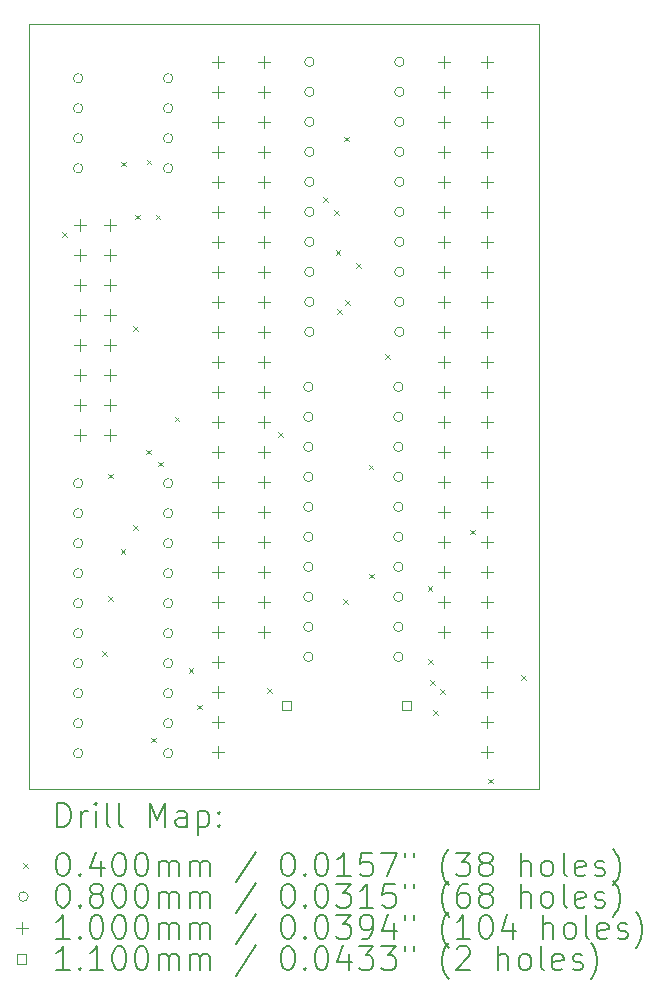
<source format=gbr>
%TF.GenerationSoftware,KiCad,Pcbnew,7.0.1*%
%TF.CreationDate,2023-05-30T14:24:38-07:00*%
%TF.ProjectId,tn_vdp_v1_fat,746e5f76-6470-45f7-9631-5f6661742e6b,rev?*%
%TF.SameCoordinates,Original*%
%TF.FileFunction,Drillmap*%
%TF.FilePolarity,Positive*%
%FSLAX45Y45*%
G04 Gerber Fmt 4.5, Leading zero omitted, Abs format (unit mm)*
G04 Created by KiCad (PCBNEW 7.0.1) date 2023-05-30 14:24:38*
%MOMM*%
%LPD*%
G01*
G04 APERTURE LIST*
%ADD10C,0.100000*%
%ADD11C,0.200000*%
%ADD12C,0.040000*%
%ADD13C,0.080000*%
%ADD14C,0.110000*%
G04 APERTURE END LIST*
D10*
X17780000Y-4699000D02*
X17780000Y-11176000D01*
X13462000Y-4699000D02*
X17780000Y-4699000D01*
X13462000Y-11176000D02*
X13462000Y-4699000D01*
X17780000Y-11176000D02*
X13462000Y-11176000D01*
D11*
D12*
X13745140Y-6461220D02*
X13785140Y-6501220D01*
X13785140Y-6461220D02*
X13745140Y-6501220D01*
X14086280Y-10006600D02*
X14126280Y-10046600D01*
X14126280Y-10006600D02*
X14086280Y-10046600D01*
X14131990Y-8503470D02*
X14171990Y-8543470D01*
X14171990Y-8503470D02*
X14131990Y-8543470D01*
X14131990Y-9543510D02*
X14171990Y-9583510D01*
X14171990Y-9543510D02*
X14131990Y-9583510D01*
X14239680Y-9144560D02*
X14279680Y-9184560D01*
X14279680Y-9144560D02*
X14239680Y-9184560D01*
X14241700Y-5861280D02*
X14281700Y-5901280D01*
X14281700Y-5861280D02*
X14241700Y-5901280D01*
X14343510Y-7252720D02*
X14383510Y-7292720D01*
X14383510Y-7252720D02*
X14343510Y-7292720D01*
X14347360Y-8942650D02*
X14387360Y-8982650D01*
X14387360Y-8942650D02*
X14347360Y-8982650D01*
X14366080Y-6310220D02*
X14406080Y-6350220D01*
X14406080Y-6310220D02*
X14366080Y-6350220D01*
X14459260Y-8300720D02*
X14499260Y-8340720D01*
X14499260Y-8300720D02*
X14459260Y-8340720D01*
X14461240Y-5844240D02*
X14501240Y-5884240D01*
X14501240Y-5844240D02*
X14461240Y-5884240D01*
X14496040Y-10738680D02*
X14536040Y-10778680D01*
X14536040Y-10738680D02*
X14496040Y-10778680D01*
X14536110Y-6310220D02*
X14576110Y-6350220D01*
X14576110Y-6310220D02*
X14536110Y-6350220D01*
X14557060Y-8401580D02*
X14597060Y-8441580D01*
X14597060Y-8401580D02*
X14557060Y-8441580D01*
X14698180Y-8022300D02*
X14738180Y-8062300D01*
X14738180Y-8022300D02*
X14698180Y-8062300D01*
X14816400Y-10151520D02*
X14856400Y-10191520D01*
X14856400Y-10151520D02*
X14816400Y-10191520D01*
X14888910Y-10460090D02*
X14928910Y-10500090D01*
X14928910Y-10460090D02*
X14888910Y-10500090D01*
X15482570Y-10319860D02*
X15522570Y-10359860D01*
X15522570Y-10319860D02*
X15482570Y-10359860D01*
X15572160Y-8151640D02*
X15612160Y-8191640D01*
X15612160Y-8151640D02*
X15572160Y-8191640D01*
X15957960Y-6162880D02*
X15997960Y-6202880D01*
X15997960Y-6162880D02*
X15957960Y-6202880D01*
X16050770Y-6275180D02*
X16090770Y-6315180D01*
X16090770Y-6275180D02*
X16050770Y-6315180D01*
X16059810Y-6614290D02*
X16099810Y-6654290D01*
X16099810Y-6614290D02*
X16059810Y-6654290D01*
X16072920Y-7111290D02*
X16112920Y-7151290D01*
X16112920Y-7111290D02*
X16072920Y-7151290D01*
X16124300Y-9568990D02*
X16164300Y-9608990D01*
X16164300Y-9568990D02*
X16124300Y-9608990D01*
X16131130Y-5649450D02*
X16171130Y-5689450D01*
X16171130Y-5649450D02*
X16131130Y-5689450D01*
X16141210Y-7034870D02*
X16181210Y-7074870D01*
X16181210Y-7034870D02*
X16141210Y-7074870D01*
X16233390Y-6724210D02*
X16273390Y-6764210D01*
X16273390Y-6724210D02*
X16233390Y-6764210D01*
X16341310Y-8427040D02*
X16381310Y-8467040D01*
X16381310Y-8427040D02*
X16341310Y-8467040D01*
X16342880Y-9351570D02*
X16382880Y-9391570D01*
X16382880Y-9351570D02*
X16342880Y-9391570D01*
X16480140Y-7493960D02*
X16520140Y-7533960D01*
X16520140Y-7493960D02*
X16480140Y-7533960D01*
X16839580Y-9457630D02*
X16879580Y-9497630D01*
X16879580Y-9457630D02*
X16839580Y-9497630D01*
X16843150Y-10075080D02*
X16883150Y-10115080D01*
X16883150Y-10075080D02*
X16843150Y-10115080D01*
X16863370Y-10252260D02*
X16903370Y-10292260D01*
X16903370Y-10252260D02*
X16863370Y-10292260D01*
X16886440Y-10508200D02*
X16926440Y-10548200D01*
X16926440Y-10508200D02*
X16886440Y-10548200D01*
X16945590Y-10326740D02*
X16985590Y-10366740D01*
X16985590Y-10326740D02*
X16945590Y-10366740D01*
X17198990Y-8978090D02*
X17238990Y-9018090D01*
X17238990Y-8978090D02*
X17198990Y-9018090D01*
X17350230Y-11085030D02*
X17390230Y-11125030D01*
X17390230Y-11085030D02*
X17350230Y-11125030D01*
X17632790Y-10210550D02*
X17672790Y-10250550D01*
X17672790Y-10210550D02*
X17632790Y-10250550D01*
D13*
X13921100Y-5156200D02*
G75*
G03*
X13921100Y-5156200I-40000J0D01*
G01*
X13921100Y-5410200D02*
G75*
G03*
X13921100Y-5410200I-40000J0D01*
G01*
X13921100Y-5664200D02*
G75*
G03*
X13921100Y-5664200I-40000J0D01*
G01*
X13921100Y-5918200D02*
G75*
G03*
X13921100Y-5918200I-40000J0D01*
G01*
X13921100Y-8585200D02*
G75*
G03*
X13921100Y-8585200I-40000J0D01*
G01*
X13921100Y-8839200D02*
G75*
G03*
X13921100Y-8839200I-40000J0D01*
G01*
X13921100Y-9093200D02*
G75*
G03*
X13921100Y-9093200I-40000J0D01*
G01*
X13921100Y-9347200D02*
G75*
G03*
X13921100Y-9347200I-40000J0D01*
G01*
X13921100Y-9601200D02*
G75*
G03*
X13921100Y-9601200I-40000J0D01*
G01*
X13921100Y-9855200D02*
G75*
G03*
X13921100Y-9855200I-40000J0D01*
G01*
X13921100Y-10109200D02*
G75*
G03*
X13921100Y-10109200I-40000J0D01*
G01*
X13921100Y-10363200D02*
G75*
G03*
X13921100Y-10363200I-40000J0D01*
G01*
X13921100Y-10617200D02*
G75*
G03*
X13921100Y-10617200I-40000J0D01*
G01*
X13921100Y-10871200D02*
G75*
G03*
X13921100Y-10871200I-40000J0D01*
G01*
X14683100Y-5156200D02*
G75*
G03*
X14683100Y-5156200I-40000J0D01*
G01*
X14683100Y-5410200D02*
G75*
G03*
X14683100Y-5410200I-40000J0D01*
G01*
X14683100Y-5664200D02*
G75*
G03*
X14683100Y-5664200I-40000J0D01*
G01*
X14683100Y-5918200D02*
G75*
G03*
X14683100Y-5918200I-40000J0D01*
G01*
X14683100Y-8585200D02*
G75*
G03*
X14683100Y-8585200I-40000J0D01*
G01*
X14683100Y-8839200D02*
G75*
G03*
X14683100Y-8839200I-40000J0D01*
G01*
X14683100Y-9093200D02*
G75*
G03*
X14683100Y-9093200I-40000J0D01*
G01*
X14683100Y-9347200D02*
G75*
G03*
X14683100Y-9347200I-40000J0D01*
G01*
X14683100Y-9601200D02*
G75*
G03*
X14683100Y-9601200I-40000J0D01*
G01*
X14683100Y-9855200D02*
G75*
G03*
X14683100Y-9855200I-40000J0D01*
G01*
X14683100Y-10109200D02*
G75*
G03*
X14683100Y-10109200I-40000J0D01*
G01*
X14683100Y-10363200D02*
G75*
G03*
X14683100Y-10363200I-40000J0D01*
G01*
X14683100Y-10617200D02*
G75*
G03*
X14683100Y-10617200I-40000J0D01*
G01*
X14683100Y-10871200D02*
G75*
G03*
X14683100Y-10871200I-40000J0D01*
G01*
X15870050Y-7769860D02*
G75*
G03*
X15870050Y-7769860I-40000J0D01*
G01*
X15870050Y-8023860D02*
G75*
G03*
X15870050Y-8023860I-40000J0D01*
G01*
X15870050Y-8277860D02*
G75*
G03*
X15870050Y-8277860I-40000J0D01*
G01*
X15870050Y-8531860D02*
G75*
G03*
X15870050Y-8531860I-40000J0D01*
G01*
X15870050Y-8785860D02*
G75*
G03*
X15870050Y-8785860I-40000J0D01*
G01*
X15870050Y-9039860D02*
G75*
G03*
X15870050Y-9039860I-40000J0D01*
G01*
X15870050Y-9293860D02*
G75*
G03*
X15870050Y-9293860I-40000J0D01*
G01*
X15870050Y-9547860D02*
G75*
G03*
X15870050Y-9547860I-40000J0D01*
G01*
X15870050Y-9801860D02*
G75*
G03*
X15870050Y-9801860I-40000J0D01*
G01*
X15870050Y-10055860D02*
G75*
G03*
X15870050Y-10055860I-40000J0D01*
G01*
X15878670Y-5017000D02*
G75*
G03*
X15878670Y-5017000I-40000J0D01*
G01*
X15878670Y-5271000D02*
G75*
G03*
X15878670Y-5271000I-40000J0D01*
G01*
X15878670Y-5525000D02*
G75*
G03*
X15878670Y-5525000I-40000J0D01*
G01*
X15878670Y-5779000D02*
G75*
G03*
X15878670Y-5779000I-40000J0D01*
G01*
X15878670Y-6033000D02*
G75*
G03*
X15878670Y-6033000I-40000J0D01*
G01*
X15878670Y-6287000D02*
G75*
G03*
X15878670Y-6287000I-40000J0D01*
G01*
X15878670Y-6541000D02*
G75*
G03*
X15878670Y-6541000I-40000J0D01*
G01*
X15878670Y-6795000D02*
G75*
G03*
X15878670Y-6795000I-40000J0D01*
G01*
X15878670Y-7049000D02*
G75*
G03*
X15878670Y-7049000I-40000J0D01*
G01*
X15878670Y-7303000D02*
G75*
G03*
X15878670Y-7303000I-40000J0D01*
G01*
X16632050Y-7769860D02*
G75*
G03*
X16632050Y-7769860I-40000J0D01*
G01*
X16632050Y-8023860D02*
G75*
G03*
X16632050Y-8023860I-40000J0D01*
G01*
X16632050Y-8277860D02*
G75*
G03*
X16632050Y-8277860I-40000J0D01*
G01*
X16632050Y-8531860D02*
G75*
G03*
X16632050Y-8531860I-40000J0D01*
G01*
X16632050Y-8785860D02*
G75*
G03*
X16632050Y-8785860I-40000J0D01*
G01*
X16632050Y-9039860D02*
G75*
G03*
X16632050Y-9039860I-40000J0D01*
G01*
X16632050Y-9293860D02*
G75*
G03*
X16632050Y-9293860I-40000J0D01*
G01*
X16632050Y-9547860D02*
G75*
G03*
X16632050Y-9547860I-40000J0D01*
G01*
X16632050Y-9801860D02*
G75*
G03*
X16632050Y-9801860I-40000J0D01*
G01*
X16632050Y-10055860D02*
G75*
G03*
X16632050Y-10055860I-40000J0D01*
G01*
X16640670Y-5017000D02*
G75*
G03*
X16640670Y-5017000I-40000J0D01*
G01*
X16640670Y-5271000D02*
G75*
G03*
X16640670Y-5271000I-40000J0D01*
G01*
X16640670Y-5525000D02*
G75*
G03*
X16640670Y-5525000I-40000J0D01*
G01*
X16640670Y-5779000D02*
G75*
G03*
X16640670Y-5779000I-40000J0D01*
G01*
X16640670Y-6033000D02*
G75*
G03*
X16640670Y-6033000I-40000J0D01*
G01*
X16640670Y-6287000D02*
G75*
G03*
X16640670Y-6287000I-40000J0D01*
G01*
X16640670Y-6541000D02*
G75*
G03*
X16640670Y-6541000I-40000J0D01*
G01*
X16640670Y-6795000D02*
G75*
G03*
X16640670Y-6795000I-40000J0D01*
G01*
X16640670Y-7049000D02*
G75*
G03*
X16640670Y-7049000I-40000J0D01*
G01*
X16640670Y-7303000D02*
G75*
G03*
X16640670Y-7303000I-40000J0D01*
G01*
D10*
X13893800Y-6350800D02*
X13893800Y-6450800D01*
X13843800Y-6400800D02*
X13943800Y-6400800D01*
X13893800Y-6604800D02*
X13893800Y-6704800D01*
X13843800Y-6654800D02*
X13943800Y-6654800D01*
X13893800Y-6858800D02*
X13893800Y-6958800D01*
X13843800Y-6908800D02*
X13943800Y-6908800D01*
X13893800Y-7112800D02*
X13893800Y-7212800D01*
X13843800Y-7162800D02*
X13943800Y-7162800D01*
X13893800Y-7366800D02*
X13893800Y-7466800D01*
X13843800Y-7416800D02*
X13943800Y-7416800D01*
X13893800Y-7620800D02*
X13893800Y-7720800D01*
X13843800Y-7670800D02*
X13943800Y-7670800D01*
X13893800Y-7874800D02*
X13893800Y-7974800D01*
X13843800Y-7924800D02*
X13943800Y-7924800D01*
X13893800Y-8128800D02*
X13893800Y-8228800D01*
X13843800Y-8178800D02*
X13943800Y-8178800D01*
X14147800Y-6350800D02*
X14147800Y-6450800D01*
X14097800Y-6400800D02*
X14197800Y-6400800D01*
X14147800Y-6604800D02*
X14147800Y-6704800D01*
X14097800Y-6654800D02*
X14197800Y-6654800D01*
X14147800Y-6858800D02*
X14147800Y-6958800D01*
X14097800Y-6908800D02*
X14197800Y-6908800D01*
X14147800Y-7112800D02*
X14147800Y-7212800D01*
X14097800Y-7162800D02*
X14197800Y-7162800D01*
X14147800Y-7366800D02*
X14147800Y-7466800D01*
X14097800Y-7416800D02*
X14197800Y-7416800D01*
X14147800Y-7620800D02*
X14147800Y-7720800D01*
X14097800Y-7670800D02*
X14197800Y-7670800D01*
X14147800Y-7874800D02*
X14147800Y-7974800D01*
X14097800Y-7924800D02*
X14197800Y-7924800D01*
X14147800Y-8128800D02*
X14147800Y-8228800D01*
X14097800Y-8178800D02*
X14197800Y-8178800D01*
X15062200Y-4966500D02*
X15062200Y-5066500D01*
X15012200Y-5016500D02*
X15112200Y-5016500D01*
X15062200Y-5220500D02*
X15062200Y-5320500D01*
X15012200Y-5270500D02*
X15112200Y-5270500D01*
X15062200Y-5474500D02*
X15062200Y-5574500D01*
X15012200Y-5524500D02*
X15112200Y-5524500D01*
X15062200Y-5728500D02*
X15062200Y-5828500D01*
X15012200Y-5778500D02*
X15112200Y-5778500D01*
X15062200Y-5982500D02*
X15062200Y-6082500D01*
X15012200Y-6032500D02*
X15112200Y-6032500D01*
X15062200Y-6236500D02*
X15062200Y-6336500D01*
X15012200Y-6286500D02*
X15112200Y-6286500D01*
X15062200Y-6490500D02*
X15062200Y-6590500D01*
X15012200Y-6540500D02*
X15112200Y-6540500D01*
X15062200Y-6744500D02*
X15062200Y-6844500D01*
X15012200Y-6794500D02*
X15112200Y-6794500D01*
X15062200Y-6998500D02*
X15062200Y-7098500D01*
X15012200Y-7048500D02*
X15112200Y-7048500D01*
X15062200Y-7252500D02*
X15062200Y-7352500D01*
X15012200Y-7302500D02*
X15112200Y-7302500D01*
X15062200Y-7506500D02*
X15062200Y-7606500D01*
X15012200Y-7556500D02*
X15112200Y-7556500D01*
X15062200Y-7760500D02*
X15062200Y-7860500D01*
X15012200Y-7810500D02*
X15112200Y-7810500D01*
X15062200Y-8014500D02*
X15062200Y-8114500D01*
X15012200Y-8064500D02*
X15112200Y-8064500D01*
X15062200Y-8268500D02*
X15062200Y-8368500D01*
X15012200Y-8318500D02*
X15112200Y-8318500D01*
X15062200Y-8522500D02*
X15062200Y-8622500D01*
X15012200Y-8572500D02*
X15112200Y-8572500D01*
X15062200Y-8776500D02*
X15062200Y-8876500D01*
X15012200Y-8826500D02*
X15112200Y-8826500D01*
X15062200Y-9030500D02*
X15062200Y-9130500D01*
X15012200Y-9080500D02*
X15112200Y-9080500D01*
X15062200Y-9284500D02*
X15062200Y-9384500D01*
X15012200Y-9334500D02*
X15112200Y-9334500D01*
X15062200Y-9538500D02*
X15062200Y-9638500D01*
X15012200Y-9588500D02*
X15112200Y-9588500D01*
X15062200Y-9792500D02*
X15062200Y-9892500D01*
X15012200Y-9842500D02*
X15112200Y-9842500D01*
X15062200Y-10046500D02*
X15062200Y-10146500D01*
X15012200Y-10096500D02*
X15112200Y-10096500D01*
X15062200Y-10300500D02*
X15062200Y-10400500D01*
X15012200Y-10350500D02*
X15112200Y-10350500D01*
X15062200Y-10554500D02*
X15062200Y-10654500D01*
X15012200Y-10604500D02*
X15112200Y-10604500D01*
X15062200Y-10808500D02*
X15062200Y-10908500D01*
X15012200Y-10858500D02*
X15112200Y-10858500D01*
X15456670Y-4966000D02*
X15456670Y-5066000D01*
X15406670Y-5016000D02*
X15506670Y-5016000D01*
X15456670Y-5220000D02*
X15456670Y-5320000D01*
X15406670Y-5270000D02*
X15506670Y-5270000D01*
X15456670Y-5474000D02*
X15456670Y-5574000D01*
X15406670Y-5524000D02*
X15506670Y-5524000D01*
X15456670Y-5728000D02*
X15456670Y-5828000D01*
X15406670Y-5778000D02*
X15506670Y-5778000D01*
X15456670Y-5982000D02*
X15456670Y-6082000D01*
X15406670Y-6032000D02*
X15506670Y-6032000D01*
X15456670Y-6236000D02*
X15456670Y-6336000D01*
X15406670Y-6286000D02*
X15506670Y-6286000D01*
X15456670Y-6490000D02*
X15456670Y-6590000D01*
X15406670Y-6540000D02*
X15506670Y-6540000D01*
X15456670Y-6744000D02*
X15456670Y-6844000D01*
X15406670Y-6794000D02*
X15506670Y-6794000D01*
X15456670Y-6998000D02*
X15456670Y-7098000D01*
X15406670Y-7048000D02*
X15506670Y-7048000D01*
X15456670Y-7252000D02*
X15456670Y-7352000D01*
X15406670Y-7302000D02*
X15506670Y-7302000D01*
X15456670Y-7506000D02*
X15456670Y-7606000D01*
X15406670Y-7556000D02*
X15506670Y-7556000D01*
X15456670Y-7760000D02*
X15456670Y-7860000D01*
X15406670Y-7810000D02*
X15506670Y-7810000D01*
X15456670Y-8014000D02*
X15456670Y-8114000D01*
X15406670Y-8064000D02*
X15506670Y-8064000D01*
X15456670Y-8268000D02*
X15456670Y-8368000D01*
X15406670Y-8318000D02*
X15506670Y-8318000D01*
X15456670Y-8522000D02*
X15456670Y-8622000D01*
X15406670Y-8572000D02*
X15506670Y-8572000D01*
X15456670Y-8776000D02*
X15456670Y-8876000D01*
X15406670Y-8826000D02*
X15506670Y-8826000D01*
X15456670Y-9030000D02*
X15456670Y-9130000D01*
X15406670Y-9080000D02*
X15506670Y-9080000D01*
X15456670Y-9284000D02*
X15456670Y-9384000D01*
X15406670Y-9334000D02*
X15506670Y-9334000D01*
X15456670Y-9538000D02*
X15456670Y-9638000D01*
X15406670Y-9588000D02*
X15506670Y-9588000D01*
X15456670Y-9792000D02*
X15456670Y-9892000D01*
X15406670Y-9842000D02*
X15506670Y-9842000D01*
X16980670Y-4966000D02*
X16980670Y-5066000D01*
X16930670Y-5016000D02*
X17030670Y-5016000D01*
X16980670Y-5220000D02*
X16980670Y-5320000D01*
X16930670Y-5270000D02*
X17030670Y-5270000D01*
X16980670Y-5474000D02*
X16980670Y-5574000D01*
X16930670Y-5524000D02*
X17030670Y-5524000D01*
X16980670Y-5728000D02*
X16980670Y-5828000D01*
X16930670Y-5778000D02*
X17030670Y-5778000D01*
X16980670Y-5982000D02*
X16980670Y-6082000D01*
X16930670Y-6032000D02*
X17030670Y-6032000D01*
X16980670Y-6236000D02*
X16980670Y-6336000D01*
X16930670Y-6286000D02*
X17030670Y-6286000D01*
X16980670Y-6490000D02*
X16980670Y-6590000D01*
X16930670Y-6540000D02*
X17030670Y-6540000D01*
X16980670Y-6744000D02*
X16980670Y-6844000D01*
X16930670Y-6794000D02*
X17030670Y-6794000D01*
X16980670Y-6998000D02*
X16980670Y-7098000D01*
X16930670Y-7048000D02*
X17030670Y-7048000D01*
X16980670Y-7252000D02*
X16980670Y-7352000D01*
X16930670Y-7302000D02*
X17030670Y-7302000D01*
X16980670Y-7506000D02*
X16980670Y-7606000D01*
X16930670Y-7556000D02*
X17030670Y-7556000D01*
X16980670Y-7760000D02*
X16980670Y-7860000D01*
X16930670Y-7810000D02*
X17030670Y-7810000D01*
X16980670Y-8014000D02*
X16980670Y-8114000D01*
X16930670Y-8064000D02*
X17030670Y-8064000D01*
X16980670Y-8268000D02*
X16980670Y-8368000D01*
X16930670Y-8318000D02*
X17030670Y-8318000D01*
X16980670Y-8522000D02*
X16980670Y-8622000D01*
X16930670Y-8572000D02*
X17030670Y-8572000D01*
X16980670Y-8776000D02*
X16980670Y-8876000D01*
X16930670Y-8826000D02*
X17030670Y-8826000D01*
X16980670Y-9030000D02*
X16980670Y-9130000D01*
X16930670Y-9080000D02*
X17030670Y-9080000D01*
X16980670Y-9284000D02*
X16980670Y-9384000D01*
X16930670Y-9334000D02*
X17030670Y-9334000D01*
X16980670Y-9538000D02*
X16980670Y-9638000D01*
X16930670Y-9588000D02*
X17030670Y-9588000D01*
X16980670Y-9792000D02*
X16980670Y-9892000D01*
X16930670Y-9842000D02*
X17030670Y-9842000D01*
X17343890Y-4966500D02*
X17343890Y-5066500D01*
X17293890Y-5016500D02*
X17393890Y-5016500D01*
X17343890Y-5220500D02*
X17343890Y-5320500D01*
X17293890Y-5270500D02*
X17393890Y-5270500D01*
X17343890Y-5474500D02*
X17343890Y-5574500D01*
X17293890Y-5524500D02*
X17393890Y-5524500D01*
X17343890Y-5728500D02*
X17343890Y-5828500D01*
X17293890Y-5778500D02*
X17393890Y-5778500D01*
X17343890Y-5982500D02*
X17343890Y-6082500D01*
X17293890Y-6032500D02*
X17393890Y-6032500D01*
X17343890Y-6236500D02*
X17343890Y-6336500D01*
X17293890Y-6286500D02*
X17393890Y-6286500D01*
X17343890Y-6490500D02*
X17343890Y-6590500D01*
X17293890Y-6540500D02*
X17393890Y-6540500D01*
X17343890Y-6744500D02*
X17343890Y-6844500D01*
X17293890Y-6794500D02*
X17393890Y-6794500D01*
X17343890Y-6998500D02*
X17343890Y-7098500D01*
X17293890Y-7048500D02*
X17393890Y-7048500D01*
X17343890Y-7252500D02*
X17343890Y-7352500D01*
X17293890Y-7302500D02*
X17393890Y-7302500D01*
X17343890Y-7506500D02*
X17343890Y-7606500D01*
X17293890Y-7556500D02*
X17393890Y-7556500D01*
X17343890Y-7760500D02*
X17343890Y-7860500D01*
X17293890Y-7810500D02*
X17393890Y-7810500D01*
X17343890Y-8014500D02*
X17343890Y-8114500D01*
X17293890Y-8064500D02*
X17393890Y-8064500D01*
X17343890Y-8268500D02*
X17343890Y-8368500D01*
X17293890Y-8318500D02*
X17393890Y-8318500D01*
X17343890Y-8522500D02*
X17343890Y-8622500D01*
X17293890Y-8572500D02*
X17393890Y-8572500D01*
X17343890Y-8776500D02*
X17343890Y-8876500D01*
X17293890Y-8826500D02*
X17393890Y-8826500D01*
X17343890Y-9030500D02*
X17343890Y-9130500D01*
X17293890Y-9080500D02*
X17393890Y-9080500D01*
X17343890Y-9284500D02*
X17343890Y-9384500D01*
X17293890Y-9334500D02*
X17393890Y-9334500D01*
X17343890Y-9538500D02*
X17343890Y-9638500D01*
X17293890Y-9588500D02*
X17393890Y-9588500D01*
X17343890Y-9792500D02*
X17343890Y-9892500D01*
X17293890Y-9842500D02*
X17393890Y-9842500D01*
X17343890Y-10046500D02*
X17343890Y-10146500D01*
X17293890Y-10096500D02*
X17393890Y-10096500D01*
X17343890Y-10300500D02*
X17343890Y-10400500D01*
X17293890Y-10350500D02*
X17393890Y-10350500D01*
X17343890Y-10554500D02*
X17343890Y-10654500D01*
X17293890Y-10604500D02*
X17393890Y-10604500D01*
X17343890Y-10808500D02*
X17343890Y-10908500D01*
X17293890Y-10858500D02*
X17393890Y-10858500D01*
D14*
X15685291Y-10503691D02*
X15685291Y-10425909D01*
X15607509Y-10425909D01*
X15607509Y-10503691D01*
X15685291Y-10503691D01*
X16701291Y-10503691D02*
X16701291Y-10425909D01*
X16623509Y-10425909D01*
X16623509Y-10503691D01*
X16701291Y-10503691D01*
D11*
X13704619Y-11493524D02*
X13704619Y-11293524D01*
X13704619Y-11293524D02*
X13752238Y-11293524D01*
X13752238Y-11293524D02*
X13780809Y-11303048D01*
X13780809Y-11303048D02*
X13799857Y-11322095D01*
X13799857Y-11322095D02*
X13809381Y-11341143D01*
X13809381Y-11341143D02*
X13818905Y-11379238D01*
X13818905Y-11379238D02*
X13818905Y-11407809D01*
X13818905Y-11407809D02*
X13809381Y-11445905D01*
X13809381Y-11445905D02*
X13799857Y-11464952D01*
X13799857Y-11464952D02*
X13780809Y-11484000D01*
X13780809Y-11484000D02*
X13752238Y-11493524D01*
X13752238Y-11493524D02*
X13704619Y-11493524D01*
X13904619Y-11493524D02*
X13904619Y-11360190D01*
X13904619Y-11398286D02*
X13914143Y-11379238D01*
X13914143Y-11379238D02*
X13923667Y-11369714D01*
X13923667Y-11369714D02*
X13942714Y-11360190D01*
X13942714Y-11360190D02*
X13961762Y-11360190D01*
X14028428Y-11493524D02*
X14028428Y-11360190D01*
X14028428Y-11293524D02*
X14018905Y-11303048D01*
X14018905Y-11303048D02*
X14028428Y-11312571D01*
X14028428Y-11312571D02*
X14037952Y-11303048D01*
X14037952Y-11303048D02*
X14028428Y-11293524D01*
X14028428Y-11293524D02*
X14028428Y-11312571D01*
X14152238Y-11493524D02*
X14133190Y-11484000D01*
X14133190Y-11484000D02*
X14123667Y-11464952D01*
X14123667Y-11464952D02*
X14123667Y-11293524D01*
X14257000Y-11493524D02*
X14237952Y-11484000D01*
X14237952Y-11484000D02*
X14228428Y-11464952D01*
X14228428Y-11464952D02*
X14228428Y-11293524D01*
X14485571Y-11493524D02*
X14485571Y-11293524D01*
X14485571Y-11293524D02*
X14552238Y-11436381D01*
X14552238Y-11436381D02*
X14618905Y-11293524D01*
X14618905Y-11293524D02*
X14618905Y-11493524D01*
X14799857Y-11493524D02*
X14799857Y-11388762D01*
X14799857Y-11388762D02*
X14790333Y-11369714D01*
X14790333Y-11369714D02*
X14771286Y-11360190D01*
X14771286Y-11360190D02*
X14733190Y-11360190D01*
X14733190Y-11360190D02*
X14714143Y-11369714D01*
X14799857Y-11484000D02*
X14780809Y-11493524D01*
X14780809Y-11493524D02*
X14733190Y-11493524D01*
X14733190Y-11493524D02*
X14714143Y-11484000D01*
X14714143Y-11484000D02*
X14704619Y-11464952D01*
X14704619Y-11464952D02*
X14704619Y-11445905D01*
X14704619Y-11445905D02*
X14714143Y-11426857D01*
X14714143Y-11426857D02*
X14733190Y-11417333D01*
X14733190Y-11417333D02*
X14780809Y-11417333D01*
X14780809Y-11417333D02*
X14799857Y-11407809D01*
X14895095Y-11360190D02*
X14895095Y-11560190D01*
X14895095Y-11369714D02*
X14914143Y-11360190D01*
X14914143Y-11360190D02*
X14952238Y-11360190D01*
X14952238Y-11360190D02*
X14971286Y-11369714D01*
X14971286Y-11369714D02*
X14980809Y-11379238D01*
X14980809Y-11379238D02*
X14990333Y-11398286D01*
X14990333Y-11398286D02*
X14990333Y-11455428D01*
X14990333Y-11455428D02*
X14980809Y-11474476D01*
X14980809Y-11474476D02*
X14971286Y-11484000D01*
X14971286Y-11484000D02*
X14952238Y-11493524D01*
X14952238Y-11493524D02*
X14914143Y-11493524D01*
X14914143Y-11493524D02*
X14895095Y-11484000D01*
X15076048Y-11474476D02*
X15085571Y-11484000D01*
X15085571Y-11484000D02*
X15076048Y-11493524D01*
X15076048Y-11493524D02*
X15066524Y-11484000D01*
X15066524Y-11484000D02*
X15076048Y-11474476D01*
X15076048Y-11474476D02*
X15076048Y-11493524D01*
X15076048Y-11369714D02*
X15085571Y-11379238D01*
X15085571Y-11379238D02*
X15076048Y-11388762D01*
X15076048Y-11388762D02*
X15066524Y-11379238D01*
X15066524Y-11379238D02*
X15076048Y-11369714D01*
X15076048Y-11369714D02*
X15076048Y-11388762D01*
D12*
X13417000Y-11801000D02*
X13457000Y-11841000D01*
X13457000Y-11801000D02*
X13417000Y-11841000D01*
D11*
X13742714Y-11713524D02*
X13761762Y-11713524D01*
X13761762Y-11713524D02*
X13780809Y-11723048D01*
X13780809Y-11723048D02*
X13790333Y-11732571D01*
X13790333Y-11732571D02*
X13799857Y-11751619D01*
X13799857Y-11751619D02*
X13809381Y-11789714D01*
X13809381Y-11789714D02*
X13809381Y-11837333D01*
X13809381Y-11837333D02*
X13799857Y-11875428D01*
X13799857Y-11875428D02*
X13790333Y-11894476D01*
X13790333Y-11894476D02*
X13780809Y-11904000D01*
X13780809Y-11904000D02*
X13761762Y-11913524D01*
X13761762Y-11913524D02*
X13742714Y-11913524D01*
X13742714Y-11913524D02*
X13723667Y-11904000D01*
X13723667Y-11904000D02*
X13714143Y-11894476D01*
X13714143Y-11894476D02*
X13704619Y-11875428D01*
X13704619Y-11875428D02*
X13695095Y-11837333D01*
X13695095Y-11837333D02*
X13695095Y-11789714D01*
X13695095Y-11789714D02*
X13704619Y-11751619D01*
X13704619Y-11751619D02*
X13714143Y-11732571D01*
X13714143Y-11732571D02*
X13723667Y-11723048D01*
X13723667Y-11723048D02*
X13742714Y-11713524D01*
X13895095Y-11894476D02*
X13904619Y-11904000D01*
X13904619Y-11904000D02*
X13895095Y-11913524D01*
X13895095Y-11913524D02*
X13885571Y-11904000D01*
X13885571Y-11904000D02*
X13895095Y-11894476D01*
X13895095Y-11894476D02*
X13895095Y-11913524D01*
X14076048Y-11780190D02*
X14076048Y-11913524D01*
X14028428Y-11704000D02*
X13980809Y-11846857D01*
X13980809Y-11846857D02*
X14104619Y-11846857D01*
X14218905Y-11713524D02*
X14237952Y-11713524D01*
X14237952Y-11713524D02*
X14257000Y-11723048D01*
X14257000Y-11723048D02*
X14266524Y-11732571D01*
X14266524Y-11732571D02*
X14276048Y-11751619D01*
X14276048Y-11751619D02*
X14285571Y-11789714D01*
X14285571Y-11789714D02*
X14285571Y-11837333D01*
X14285571Y-11837333D02*
X14276048Y-11875428D01*
X14276048Y-11875428D02*
X14266524Y-11894476D01*
X14266524Y-11894476D02*
X14257000Y-11904000D01*
X14257000Y-11904000D02*
X14237952Y-11913524D01*
X14237952Y-11913524D02*
X14218905Y-11913524D01*
X14218905Y-11913524D02*
X14199857Y-11904000D01*
X14199857Y-11904000D02*
X14190333Y-11894476D01*
X14190333Y-11894476D02*
X14180809Y-11875428D01*
X14180809Y-11875428D02*
X14171286Y-11837333D01*
X14171286Y-11837333D02*
X14171286Y-11789714D01*
X14171286Y-11789714D02*
X14180809Y-11751619D01*
X14180809Y-11751619D02*
X14190333Y-11732571D01*
X14190333Y-11732571D02*
X14199857Y-11723048D01*
X14199857Y-11723048D02*
X14218905Y-11713524D01*
X14409381Y-11713524D02*
X14428429Y-11713524D01*
X14428429Y-11713524D02*
X14447476Y-11723048D01*
X14447476Y-11723048D02*
X14457000Y-11732571D01*
X14457000Y-11732571D02*
X14466524Y-11751619D01*
X14466524Y-11751619D02*
X14476048Y-11789714D01*
X14476048Y-11789714D02*
X14476048Y-11837333D01*
X14476048Y-11837333D02*
X14466524Y-11875428D01*
X14466524Y-11875428D02*
X14457000Y-11894476D01*
X14457000Y-11894476D02*
X14447476Y-11904000D01*
X14447476Y-11904000D02*
X14428429Y-11913524D01*
X14428429Y-11913524D02*
X14409381Y-11913524D01*
X14409381Y-11913524D02*
X14390333Y-11904000D01*
X14390333Y-11904000D02*
X14380809Y-11894476D01*
X14380809Y-11894476D02*
X14371286Y-11875428D01*
X14371286Y-11875428D02*
X14361762Y-11837333D01*
X14361762Y-11837333D02*
X14361762Y-11789714D01*
X14361762Y-11789714D02*
X14371286Y-11751619D01*
X14371286Y-11751619D02*
X14380809Y-11732571D01*
X14380809Y-11732571D02*
X14390333Y-11723048D01*
X14390333Y-11723048D02*
X14409381Y-11713524D01*
X14561762Y-11913524D02*
X14561762Y-11780190D01*
X14561762Y-11799238D02*
X14571286Y-11789714D01*
X14571286Y-11789714D02*
X14590333Y-11780190D01*
X14590333Y-11780190D02*
X14618905Y-11780190D01*
X14618905Y-11780190D02*
X14637952Y-11789714D01*
X14637952Y-11789714D02*
X14647476Y-11808762D01*
X14647476Y-11808762D02*
X14647476Y-11913524D01*
X14647476Y-11808762D02*
X14657000Y-11789714D01*
X14657000Y-11789714D02*
X14676048Y-11780190D01*
X14676048Y-11780190D02*
X14704619Y-11780190D01*
X14704619Y-11780190D02*
X14723667Y-11789714D01*
X14723667Y-11789714D02*
X14733190Y-11808762D01*
X14733190Y-11808762D02*
X14733190Y-11913524D01*
X14828429Y-11913524D02*
X14828429Y-11780190D01*
X14828429Y-11799238D02*
X14837952Y-11789714D01*
X14837952Y-11789714D02*
X14857000Y-11780190D01*
X14857000Y-11780190D02*
X14885571Y-11780190D01*
X14885571Y-11780190D02*
X14904619Y-11789714D01*
X14904619Y-11789714D02*
X14914143Y-11808762D01*
X14914143Y-11808762D02*
X14914143Y-11913524D01*
X14914143Y-11808762D02*
X14923667Y-11789714D01*
X14923667Y-11789714D02*
X14942714Y-11780190D01*
X14942714Y-11780190D02*
X14971286Y-11780190D01*
X14971286Y-11780190D02*
X14990333Y-11789714D01*
X14990333Y-11789714D02*
X14999857Y-11808762D01*
X14999857Y-11808762D02*
X14999857Y-11913524D01*
X15390333Y-11704000D02*
X15218905Y-11961143D01*
X15647476Y-11713524D02*
X15666524Y-11713524D01*
X15666524Y-11713524D02*
X15685572Y-11723048D01*
X15685572Y-11723048D02*
X15695095Y-11732571D01*
X15695095Y-11732571D02*
X15704619Y-11751619D01*
X15704619Y-11751619D02*
X15714143Y-11789714D01*
X15714143Y-11789714D02*
X15714143Y-11837333D01*
X15714143Y-11837333D02*
X15704619Y-11875428D01*
X15704619Y-11875428D02*
X15695095Y-11894476D01*
X15695095Y-11894476D02*
X15685572Y-11904000D01*
X15685572Y-11904000D02*
X15666524Y-11913524D01*
X15666524Y-11913524D02*
X15647476Y-11913524D01*
X15647476Y-11913524D02*
X15628429Y-11904000D01*
X15628429Y-11904000D02*
X15618905Y-11894476D01*
X15618905Y-11894476D02*
X15609381Y-11875428D01*
X15609381Y-11875428D02*
X15599857Y-11837333D01*
X15599857Y-11837333D02*
X15599857Y-11789714D01*
X15599857Y-11789714D02*
X15609381Y-11751619D01*
X15609381Y-11751619D02*
X15618905Y-11732571D01*
X15618905Y-11732571D02*
X15628429Y-11723048D01*
X15628429Y-11723048D02*
X15647476Y-11713524D01*
X15799857Y-11894476D02*
X15809381Y-11904000D01*
X15809381Y-11904000D02*
X15799857Y-11913524D01*
X15799857Y-11913524D02*
X15790333Y-11904000D01*
X15790333Y-11904000D02*
X15799857Y-11894476D01*
X15799857Y-11894476D02*
X15799857Y-11913524D01*
X15933191Y-11713524D02*
X15952238Y-11713524D01*
X15952238Y-11713524D02*
X15971286Y-11723048D01*
X15971286Y-11723048D02*
X15980810Y-11732571D01*
X15980810Y-11732571D02*
X15990333Y-11751619D01*
X15990333Y-11751619D02*
X15999857Y-11789714D01*
X15999857Y-11789714D02*
X15999857Y-11837333D01*
X15999857Y-11837333D02*
X15990333Y-11875428D01*
X15990333Y-11875428D02*
X15980810Y-11894476D01*
X15980810Y-11894476D02*
X15971286Y-11904000D01*
X15971286Y-11904000D02*
X15952238Y-11913524D01*
X15952238Y-11913524D02*
X15933191Y-11913524D01*
X15933191Y-11913524D02*
X15914143Y-11904000D01*
X15914143Y-11904000D02*
X15904619Y-11894476D01*
X15904619Y-11894476D02*
X15895095Y-11875428D01*
X15895095Y-11875428D02*
X15885572Y-11837333D01*
X15885572Y-11837333D02*
X15885572Y-11789714D01*
X15885572Y-11789714D02*
X15895095Y-11751619D01*
X15895095Y-11751619D02*
X15904619Y-11732571D01*
X15904619Y-11732571D02*
X15914143Y-11723048D01*
X15914143Y-11723048D02*
X15933191Y-11713524D01*
X16190333Y-11913524D02*
X16076048Y-11913524D01*
X16133191Y-11913524D02*
X16133191Y-11713524D01*
X16133191Y-11713524D02*
X16114143Y-11742095D01*
X16114143Y-11742095D02*
X16095095Y-11761143D01*
X16095095Y-11761143D02*
X16076048Y-11770667D01*
X16371286Y-11713524D02*
X16276048Y-11713524D01*
X16276048Y-11713524D02*
X16266524Y-11808762D01*
X16266524Y-11808762D02*
X16276048Y-11799238D01*
X16276048Y-11799238D02*
X16295095Y-11789714D01*
X16295095Y-11789714D02*
X16342714Y-11789714D01*
X16342714Y-11789714D02*
X16361762Y-11799238D01*
X16361762Y-11799238D02*
X16371286Y-11808762D01*
X16371286Y-11808762D02*
X16380810Y-11827809D01*
X16380810Y-11827809D02*
X16380810Y-11875428D01*
X16380810Y-11875428D02*
X16371286Y-11894476D01*
X16371286Y-11894476D02*
X16361762Y-11904000D01*
X16361762Y-11904000D02*
X16342714Y-11913524D01*
X16342714Y-11913524D02*
X16295095Y-11913524D01*
X16295095Y-11913524D02*
X16276048Y-11904000D01*
X16276048Y-11904000D02*
X16266524Y-11894476D01*
X16447476Y-11713524D02*
X16580810Y-11713524D01*
X16580810Y-11713524D02*
X16495095Y-11913524D01*
X16647476Y-11713524D02*
X16647476Y-11751619D01*
X16723667Y-11713524D02*
X16723667Y-11751619D01*
X17018905Y-11989714D02*
X17009381Y-11980190D01*
X17009381Y-11980190D02*
X16990334Y-11951619D01*
X16990334Y-11951619D02*
X16980810Y-11932571D01*
X16980810Y-11932571D02*
X16971286Y-11904000D01*
X16971286Y-11904000D02*
X16961762Y-11856381D01*
X16961762Y-11856381D02*
X16961762Y-11818286D01*
X16961762Y-11818286D02*
X16971286Y-11770667D01*
X16971286Y-11770667D02*
X16980810Y-11742095D01*
X16980810Y-11742095D02*
X16990334Y-11723048D01*
X16990334Y-11723048D02*
X17009381Y-11694476D01*
X17009381Y-11694476D02*
X17018905Y-11684952D01*
X17076048Y-11713524D02*
X17199857Y-11713524D01*
X17199857Y-11713524D02*
X17133191Y-11789714D01*
X17133191Y-11789714D02*
X17161762Y-11789714D01*
X17161762Y-11789714D02*
X17180810Y-11799238D01*
X17180810Y-11799238D02*
X17190334Y-11808762D01*
X17190334Y-11808762D02*
X17199857Y-11827809D01*
X17199857Y-11827809D02*
X17199857Y-11875428D01*
X17199857Y-11875428D02*
X17190334Y-11894476D01*
X17190334Y-11894476D02*
X17180810Y-11904000D01*
X17180810Y-11904000D02*
X17161762Y-11913524D01*
X17161762Y-11913524D02*
X17104619Y-11913524D01*
X17104619Y-11913524D02*
X17085572Y-11904000D01*
X17085572Y-11904000D02*
X17076048Y-11894476D01*
X17314143Y-11799238D02*
X17295096Y-11789714D01*
X17295096Y-11789714D02*
X17285572Y-11780190D01*
X17285572Y-11780190D02*
X17276048Y-11761143D01*
X17276048Y-11761143D02*
X17276048Y-11751619D01*
X17276048Y-11751619D02*
X17285572Y-11732571D01*
X17285572Y-11732571D02*
X17295096Y-11723048D01*
X17295096Y-11723048D02*
X17314143Y-11713524D01*
X17314143Y-11713524D02*
X17352238Y-11713524D01*
X17352238Y-11713524D02*
X17371286Y-11723048D01*
X17371286Y-11723048D02*
X17380810Y-11732571D01*
X17380810Y-11732571D02*
X17390334Y-11751619D01*
X17390334Y-11751619D02*
X17390334Y-11761143D01*
X17390334Y-11761143D02*
X17380810Y-11780190D01*
X17380810Y-11780190D02*
X17371286Y-11789714D01*
X17371286Y-11789714D02*
X17352238Y-11799238D01*
X17352238Y-11799238D02*
X17314143Y-11799238D01*
X17314143Y-11799238D02*
X17295096Y-11808762D01*
X17295096Y-11808762D02*
X17285572Y-11818286D01*
X17285572Y-11818286D02*
X17276048Y-11837333D01*
X17276048Y-11837333D02*
X17276048Y-11875428D01*
X17276048Y-11875428D02*
X17285572Y-11894476D01*
X17285572Y-11894476D02*
X17295096Y-11904000D01*
X17295096Y-11904000D02*
X17314143Y-11913524D01*
X17314143Y-11913524D02*
X17352238Y-11913524D01*
X17352238Y-11913524D02*
X17371286Y-11904000D01*
X17371286Y-11904000D02*
X17380810Y-11894476D01*
X17380810Y-11894476D02*
X17390334Y-11875428D01*
X17390334Y-11875428D02*
X17390334Y-11837333D01*
X17390334Y-11837333D02*
X17380810Y-11818286D01*
X17380810Y-11818286D02*
X17371286Y-11808762D01*
X17371286Y-11808762D02*
X17352238Y-11799238D01*
X17628429Y-11913524D02*
X17628429Y-11713524D01*
X17714143Y-11913524D02*
X17714143Y-11808762D01*
X17714143Y-11808762D02*
X17704619Y-11789714D01*
X17704619Y-11789714D02*
X17685572Y-11780190D01*
X17685572Y-11780190D02*
X17657000Y-11780190D01*
X17657000Y-11780190D02*
X17637953Y-11789714D01*
X17637953Y-11789714D02*
X17628429Y-11799238D01*
X17837953Y-11913524D02*
X17818905Y-11904000D01*
X17818905Y-11904000D02*
X17809381Y-11894476D01*
X17809381Y-11894476D02*
X17799858Y-11875428D01*
X17799858Y-11875428D02*
X17799858Y-11818286D01*
X17799858Y-11818286D02*
X17809381Y-11799238D01*
X17809381Y-11799238D02*
X17818905Y-11789714D01*
X17818905Y-11789714D02*
X17837953Y-11780190D01*
X17837953Y-11780190D02*
X17866524Y-11780190D01*
X17866524Y-11780190D02*
X17885572Y-11789714D01*
X17885572Y-11789714D02*
X17895096Y-11799238D01*
X17895096Y-11799238D02*
X17904619Y-11818286D01*
X17904619Y-11818286D02*
X17904619Y-11875428D01*
X17904619Y-11875428D02*
X17895096Y-11894476D01*
X17895096Y-11894476D02*
X17885572Y-11904000D01*
X17885572Y-11904000D02*
X17866524Y-11913524D01*
X17866524Y-11913524D02*
X17837953Y-11913524D01*
X18018905Y-11913524D02*
X17999858Y-11904000D01*
X17999858Y-11904000D02*
X17990334Y-11884952D01*
X17990334Y-11884952D02*
X17990334Y-11713524D01*
X18171286Y-11904000D02*
X18152239Y-11913524D01*
X18152239Y-11913524D02*
X18114143Y-11913524D01*
X18114143Y-11913524D02*
X18095096Y-11904000D01*
X18095096Y-11904000D02*
X18085572Y-11884952D01*
X18085572Y-11884952D02*
X18085572Y-11808762D01*
X18085572Y-11808762D02*
X18095096Y-11789714D01*
X18095096Y-11789714D02*
X18114143Y-11780190D01*
X18114143Y-11780190D02*
X18152239Y-11780190D01*
X18152239Y-11780190D02*
X18171286Y-11789714D01*
X18171286Y-11789714D02*
X18180810Y-11808762D01*
X18180810Y-11808762D02*
X18180810Y-11827809D01*
X18180810Y-11827809D02*
X18085572Y-11846857D01*
X18257000Y-11904000D02*
X18276048Y-11913524D01*
X18276048Y-11913524D02*
X18314143Y-11913524D01*
X18314143Y-11913524D02*
X18333191Y-11904000D01*
X18333191Y-11904000D02*
X18342715Y-11884952D01*
X18342715Y-11884952D02*
X18342715Y-11875428D01*
X18342715Y-11875428D02*
X18333191Y-11856381D01*
X18333191Y-11856381D02*
X18314143Y-11846857D01*
X18314143Y-11846857D02*
X18285572Y-11846857D01*
X18285572Y-11846857D02*
X18266524Y-11837333D01*
X18266524Y-11837333D02*
X18257000Y-11818286D01*
X18257000Y-11818286D02*
X18257000Y-11808762D01*
X18257000Y-11808762D02*
X18266524Y-11789714D01*
X18266524Y-11789714D02*
X18285572Y-11780190D01*
X18285572Y-11780190D02*
X18314143Y-11780190D01*
X18314143Y-11780190D02*
X18333191Y-11789714D01*
X18409381Y-11989714D02*
X18418905Y-11980190D01*
X18418905Y-11980190D02*
X18437953Y-11951619D01*
X18437953Y-11951619D02*
X18447477Y-11932571D01*
X18447477Y-11932571D02*
X18457000Y-11904000D01*
X18457000Y-11904000D02*
X18466524Y-11856381D01*
X18466524Y-11856381D02*
X18466524Y-11818286D01*
X18466524Y-11818286D02*
X18457000Y-11770667D01*
X18457000Y-11770667D02*
X18447477Y-11742095D01*
X18447477Y-11742095D02*
X18437953Y-11723048D01*
X18437953Y-11723048D02*
X18418905Y-11694476D01*
X18418905Y-11694476D02*
X18409381Y-11684952D01*
D13*
X13457000Y-12085000D02*
G75*
G03*
X13457000Y-12085000I-40000J0D01*
G01*
D11*
X13742714Y-11977524D02*
X13761762Y-11977524D01*
X13761762Y-11977524D02*
X13780809Y-11987048D01*
X13780809Y-11987048D02*
X13790333Y-11996571D01*
X13790333Y-11996571D02*
X13799857Y-12015619D01*
X13799857Y-12015619D02*
X13809381Y-12053714D01*
X13809381Y-12053714D02*
X13809381Y-12101333D01*
X13809381Y-12101333D02*
X13799857Y-12139428D01*
X13799857Y-12139428D02*
X13790333Y-12158476D01*
X13790333Y-12158476D02*
X13780809Y-12168000D01*
X13780809Y-12168000D02*
X13761762Y-12177524D01*
X13761762Y-12177524D02*
X13742714Y-12177524D01*
X13742714Y-12177524D02*
X13723667Y-12168000D01*
X13723667Y-12168000D02*
X13714143Y-12158476D01*
X13714143Y-12158476D02*
X13704619Y-12139428D01*
X13704619Y-12139428D02*
X13695095Y-12101333D01*
X13695095Y-12101333D02*
X13695095Y-12053714D01*
X13695095Y-12053714D02*
X13704619Y-12015619D01*
X13704619Y-12015619D02*
X13714143Y-11996571D01*
X13714143Y-11996571D02*
X13723667Y-11987048D01*
X13723667Y-11987048D02*
X13742714Y-11977524D01*
X13895095Y-12158476D02*
X13904619Y-12168000D01*
X13904619Y-12168000D02*
X13895095Y-12177524D01*
X13895095Y-12177524D02*
X13885571Y-12168000D01*
X13885571Y-12168000D02*
X13895095Y-12158476D01*
X13895095Y-12158476D02*
X13895095Y-12177524D01*
X14018905Y-12063238D02*
X13999857Y-12053714D01*
X13999857Y-12053714D02*
X13990333Y-12044190D01*
X13990333Y-12044190D02*
X13980809Y-12025143D01*
X13980809Y-12025143D02*
X13980809Y-12015619D01*
X13980809Y-12015619D02*
X13990333Y-11996571D01*
X13990333Y-11996571D02*
X13999857Y-11987048D01*
X13999857Y-11987048D02*
X14018905Y-11977524D01*
X14018905Y-11977524D02*
X14057000Y-11977524D01*
X14057000Y-11977524D02*
X14076048Y-11987048D01*
X14076048Y-11987048D02*
X14085571Y-11996571D01*
X14085571Y-11996571D02*
X14095095Y-12015619D01*
X14095095Y-12015619D02*
X14095095Y-12025143D01*
X14095095Y-12025143D02*
X14085571Y-12044190D01*
X14085571Y-12044190D02*
X14076048Y-12053714D01*
X14076048Y-12053714D02*
X14057000Y-12063238D01*
X14057000Y-12063238D02*
X14018905Y-12063238D01*
X14018905Y-12063238D02*
X13999857Y-12072762D01*
X13999857Y-12072762D02*
X13990333Y-12082286D01*
X13990333Y-12082286D02*
X13980809Y-12101333D01*
X13980809Y-12101333D02*
X13980809Y-12139428D01*
X13980809Y-12139428D02*
X13990333Y-12158476D01*
X13990333Y-12158476D02*
X13999857Y-12168000D01*
X13999857Y-12168000D02*
X14018905Y-12177524D01*
X14018905Y-12177524D02*
X14057000Y-12177524D01*
X14057000Y-12177524D02*
X14076048Y-12168000D01*
X14076048Y-12168000D02*
X14085571Y-12158476D01*
X14085571Y-12158476D02*
X14095095Y-12139428D01*
X14095095Y-12139428D02*
X14095095Y-12101333D01*
X14095095Y-12101333D02*
X14085571Y-12082286D01*
X14085571Y-12082286D02*
X14076048Y-12072762D01*
X14076048Y-12072762D02*
X14057000Y-12063238D01*
X14218905Y-11977524D02*
X14237952Y-11977524D01*
X14237952Y-11977524D02*
X14257000Y-11987048D01*
X14257000Y-11987048D02*
X14266524Y-11996571D01*
X14266524Y-11996571D02*
X14276048Y-12015619D01*
X14276048Y-12015619D02*
X14285571Y-12053714D01*
X14285571Y-12053714D02*
X14285571Y-12101333D01*
X14285571Y-12101333D02*
X14276048Y-12139428D01*
X14276048Y-12139428D02*
X14266524Y-12158476D01*
X14266524Y-12158476D02*
X14257000Y-12168000D01*
X14257000Y-12168000D02*
X14237952Y-12177524D01*
X14237952Y-12177524D02*
X14218905Y-12177524D01*
X14218905Y-12177524D02*
X14199857Y-12168000D01*
X14199857Y-12168000D02*
X14190333Y-12158476D01*
X14190333Y-12158476D02*
X14180809Y-12139428D01*
X14180809Y-12139428D02*
X14171286Y-12101333D01*
X14171286Y-12101333D02*
X14171286Y-12053714D01*
X14171286Y-12053714D02*
X14180809Y-12015619D01*
X14180809Y-12015619D02*
X14190333Y-11996571D01*
X14190333Y-11996571D02*
X14199857Y-11987048D01*
X14199857Y-11987048D02*
X14218905Y-11977524D01*
X14409381Y-11977524D02*
X14428429Y-11977524D01*
X14428429Y-11977524D02*
X14447476Y-11987048D01*
X14447476Y-11987048D02*
X14457000Y-11996571D01*
X14457000Y-11996571D02*
X14466524Y-12015619D01*
X14466524Y-12015619D02*
X14476048Y-12053714D01*
X14476048Y-12053714D02*
X14476048Y-12101333D01*
X14476048Y-12101333D02*
X14466524Y-12139428D01*
X14466524Y-12139428D02*
X14457000Y-12158476D01*
X14457000Y-12158476D02*
X14447476Y-12168000D01*
X14447476Y-12168000D02*
X14428429Y-12177524D01*
X14428429Y-12177524D02*
X14409381Y-12177524D01*
X14409381Y-12177524D02*
X14390333Y-12168000D01*
X14390333Y-12168000D02*
X14380809Y-12158476D01*
X14380809Y-12158476D02*
X14371286Y-12139428D01*
X14371286Y-12139428D02*
X14361762Y-12101333D01*
X14361762Y-12101333D02*
X14361762Y-12053714D01*
X14361762Y-12053714D02*
X14371286Y-12015619D01*
X14371286Y-12015619D02*
X14380809Y-11996571D01*
X14380809Y-11996571D02*
X14390333Y-11987048D01*
X14390333Y-11987048D02*
X14409381Y-11977524D01*
X14561762Y-12177524D02*
X14561762Y-12044190D01*
X14561762Y-12063238D02*
X14571286Y-12053714D01*
X14571286Y-12053714D02*
X14590333Y-12044190D01*
X14590333Y-12044190D02*
X14618905Y-12044190D01*
X14618905Y-12044190D02*
X14637952Y-12053714D01*
X14637952Y-12053714D02*
X14647476Y-12072762D01*
X14647476Y-12072762D02*
X14647476Y-12177524D01*
X14647476Y-12072762D02*
X14657000Y-12053714D01*
X14657000Y-12053714D02*
X14676048Y-12044190D01*
X14676048Y-12044190D02*
X14704619Y-12044190D01*
X14704619Y-12044190D02*
X14723667Y-12053714D01*
X14723667Y-12053714D02*
X14733190Y-12072762D01*
X14733190Y-12072762D02*
X14733190Y-12177524D01*
X14828429Y-12177524D02*
X14828429Y-12044190D01*
X14828429Y-12063238D02*
X14837952Y-12053714D01*
X14837952Y-12053714D02*
X14857000Y-12044190D01*
X14857000Y-12044190D02*
X14885571Y-12044190D01*
X14885571Y-12044190D02*
X14904619Y-12053714D01*
X14904619Y-12053714D02*
X14914143Y-12072762D01*
X14914143Y-12072762D02*
X14914143Y-12177524D01*
X14914143Y-12072762D02*
X14923667Y-12053714D01*
X14923667Y-12053714D02*
X14942714Y-12044190D01*
X14942714Y-12044190D02*
X14971286Y-12044190D01*
X14971286Y-12044190D02*
X14990333Y-12053714D01*
X14990333Y-12053714D02*
X14999857Y-12072762D01*
X14999857Y-12072762D02*
X14999857Y-12177524D01*
X15390333Y-11968000D02*
X15218905Y-12225143D01*
X15647476Y-11977524D02*
X15666524Y-11977524D01*
X15666524Y-11977524D02*
X15685572Y-11987048D01*
X15685572Y-11987048D02*
X15695095Y-11996571D01*
X15695095Y-11996571D02*
X15704619Y-12015619D01*
X15704619Y-12015619D02*
X15714143Y-12053714D01*
X15714143Y-12053714D02*
X15714143Y-12101333D01*
X15714143Y-12101333D02*
X15704619Y-12139428D01*
X15704619Y-12139428D02*
X15695095Y-12158476D01*
X15695095Y-12158476D02*
X15685572Y-12168000D01*
X15685572Y-12168000D02*
X15666524Y-12177524D01*
X15666524Y-12177524D02*
X15647476Y-12177524D01*
X15647476Y-12177524D02*
X15628429Y-12168000D01*
X15628429Y-12168000D02*
X15618905Y-12158476D01*
X15618905Y-12158476D02*
X15609381Y-12139428D01*
X15609381Y-12139428D02*
X15599857Y-12101333D01*
X15599857Y-12101333D02*
X15599857Y-12053714D01*
X15599857Y-12053714D02*
X15609381Y-12015619D01*
X15609381Y-12015619D02*
X15618905Y-11996571D01*
X15618905Y-11996571D02*
X15628429Y-11987048D01*
X15628429Y-11987048D02*
X15647476Y-11977524D01*
X15799857Y-12158476D02*
X15809381Y-12168000D01*
X15809381Y-12168000D02*
X15799857Y-12177524D01*
X15799857Y-12177524D02*
X15790333Y-12168000D01*
X15790333Y-12168000D02*
X15799857Y-12158476D01*
X15799857Y-12158476D02*
X15799857Y-12177524D01*
X15933191Y-11977524D02*
X15952238Y-11977524D01*
X15952238Y-11977524D02*
X15971286Y-11987048D01*
X15971286Y-11987048D02*
X15980810Y-11996571D01*
X15980810Y-11996571D02*
X15990333Y-12015619D01*
X15990333Y-12015619D02*
X15999857Y-12053714D01*
X15999857Y-12053714D02*
X15999857Y-12101333D01*
X15999857Y-12101333D02*
X15990333Y-12139428D01*
X15990333Y-12139428D02*
X15980810Y-12158476D01*
X15980810Y-12158476D02*
X15971286Y-12168000D01*
X15971286Y-12168000D02*
X15952238Y-12177524D01*
X15952238Y-12177524D02*
X15933191Y-12177524D01*
X15933191Y-12177524D02*
X15914143Y-12168000D01*
X15914143Y-12168000D02*
X15904619Y-12158476D01*
X15904619Y-12158476D02*
X15895095Y-12139428D01*
X15895095Y-12139428D02*
X15885572Y-12101333D01*
X15885572Y-12101333D02*
X15885572Y-12053714D01*
X15885572Y-12053714D02*
X15895095Y-12015619D01*
X15895095Y-12015619D02*
X15904619Y-11996571D01*
X15904619Y-11996571D02*
X15914143Y-11987048D01*
X15914143Y-11987048D02*
X15933191Y-11977524D01*
X16066524Y-11977524D02*
X16190333Y-11977524D01*
X16190333Y-11977524D02*
X16123667Y-12053714D01*
X16123667Y-12053714D02*
X16152238Y-12053714D01*
X16152238Y-12053714D02*
X16171286Y-12063238D01*
X16171286Y-12063238D02*
X16180810Y-12072762D01*
X16180810Y-12072762D02*
X16190333Y-12091809D01*
X16190333Y-12091809D02*
X16190333Y-12139428D01*
X16190333Y-12139428D02*
X16180810Y-12158476D01*
X16180810Y-12158476D02*
X16171286Y-12168000D01*
X16171286Y-12168000D02*
X16152238Y-12177524D01*
X16152238Y-12177524D02*
X16095095Y-12177524D01*
X16095095Y-12177524D02*
X16076048Y-12168000D01*
X16076048Y-12168000D02*
X16066524Y-12158476D01*
X16380810Y-12177524D02*
X16266524Y-12177524D01*
X16323667Y-12177524D02*
X16323667Y-11977524D01*
X16323667Y-11977524D02*
X16304619Y-12006095D01*
X16304619Y-12006095D02*
X16285572Y-12025143D01*
X16285572Y-12025143D02*
X16266524Y-12034667D01*
X16561762Y-11977524D02*
X16466524Y-11977524D01*
X16466524Y-11977524D02*
X16457000Y-12072762D01*
X16457000Y-12072762D02*
X16466524Y-12063238D01*
X16466524Y-12063238D02*
X16485572Y-12053714D01*
X16485572Y-12053714D02*
X16533191Y-12053714D01*
X16533191Y-12053714D02*
X16552238Y-12063238D01*
X16552238Y-12063238D02*
X16561762Y-12072762D01*
X16561762Y-12072762D02*
X16571286Y-12091809D01*
X16571286Y-12091809D02*
X16571286Y-12139428D01*
X16571286Y-12139428D02*
X16561762Y-12158476D01*
X16561762Y-12158476D02*
X16552238Y-12168000D01*
X16552238Y-12168000D02*
X16533191Y-12177524D01*
X16533191Y-12177524D02*
X16485572Y-12177524D01*
X16485572Y-12177524D02*
X16466524Y-12168000D01*
X16466524Y-12168000D02*
X16457000Y-12158476D01*
X16647476Y-11977524D02*
X16647476Y-12015619D01*
X16723667Y-11977524D02*
X16723667Y-12015619D01*
X17018905Y-12253714D02*
X17009381Y-12244190D01*
X17009381Y-12244190D02*
X16990334Y-12215619D01*
X16990334Y-12215619D02*
X16980810Y-12196571D01*
X16980810Y-12196571D02*
X16971286Y-12168000D01*
X16971286Y-12168000D02*
X16961762Y-12120381D01*
X16961762Y-12120381D02*
X16961762Y-12082286D01*
X16961762Y-12082286D02*
X16971286Y-12034667D01*
X16971286Y-12034667D02*
X16980810Y-12006095D01*
X16980810Y-12006095D02*
X16990334Y-11987048D01*
X16990334Y-11987048D02*
X17009381Y-11958476D01*
X17009381Y-11958476D02*
X17018905Y-11948952D01*
X17180810Y-11977524D02*
X17142715Y-11977524D01*
X17142715Y-11977524D02*
X17123667Y-11987048D01*
X17123667Y-11987048D02*
X17114143Y-11996571D01*
X17114143Y-11996571D02*
X17095096Y-12025143D01*
X17095096Y-12025143D02*
X17085572Y-12063238D01*
X17085572Y-12063238D02*
X17085572Y-12139428D01*
X17085572Y-12139428D02*
X17095096Y-12158476D01*
X17095096Y-12158476D02*
X17104619Y-12168000D01*
X17104619Y-12168000D02*
X17123667Y-12177524D01*
X17123667Y-12177524D02*
X17161762Y-12177524D01*
X17161762Y-12177524D02*
X17180810Y-12168000D01*
X17180810Y-12168000D02*
X17190334Y-12158476D01*
X17190334Y-12158476D02*
X17199857Y-12139428D01*
X17199857Y-12139428D02*
X17199857Y-12091809D01*
X17199857Y-12091809D02*
X17190334Y-12072762D01*
X17190334Y-12072762D02*
X17180810Y-12063238D01*
X17180810Y-12063238D02*
X17161762Y-12053714D01*
X17161762Y-12053714D02*
X17123667Y-12053714D01*
X17123667Y-12053714D02*
X17104619Y-12063238D01*
X17104619Y-12063238D02*
X17095096Y-12072762D01*
X17095096Y-12072762D02*
X17085572Y-12091809D01*
X17314143Y-12063238D02*
X17295096Y-12053714D01*
X17295096Y-12053714D02*
X17285572Y-12044190D01*
X17285572Y-12044190D02*
X17276048Y-12025143D01*
X17276048Y-12025143D02*
X17276048Y-12015619D01*
X17276048Y-12015619D02*
X17285572Y-11996571D01*
X17285572Y-11996571D02*
X17295096Y-11987048D01*
X17295096Y-11987048D02*
X17314143Y-11977524D01*
X17314143Y-11977524D02*
X17352238Y-11977524D01*
X17352238Y-11977524D02*
X17371286Y-11987048D01*
X17371286Y-11987048D02*
X17380810Y-11996571D01*
X17380810Y-11996571D02*
X17390334Y-12015619D01*
X17390334Y-12015619D02*
X17390334Y-12025143D01*
X17390334Y-12025143D02*
X17380810Y-12044190D01*
X17380810Y-12044190D02*
X17371286Y-12053714D01*
X17371286Y-12053714D02*
X17352238Y-12063238D01*
X17352238Y-12063238D02*
X17314143Y-12063238D01*
X17314143Y-12063238D02*
X17295096Y-12072762D01*
X17295096Y-12072762D02*
X17285572Y-12082286D01*
X17285572Y-12082286D02*
X17276048Y-12101333D01*
X17276048Y-12101333D02*
X17276048Y-12139428D01*
X17276048Y-12139428D02*
X17285572Y-12158476D01*
X17285572Y-12158476D02*
X17295096Y-12168000D01*
X17295096Y-12168000D02*
X17314143Y-12177524D01*
X17314143Y-12177524D02*
X17352238Y-12177524D01*
X17352238Y-12177524D02*
X17371286Y-12168000D01*
X17371286Y-12168000D02*
X17380810Y-12158476D01*
X17380810Y-12158476D02*
X17390334Y-12139428D01*
X17390334Y-12139428D02*
X17390334Y-12101333D01*
X17390334Y-12101333D02*
X17380810Y-12082286D01*
X17380810Y-12082286D02*
X17371286Y-12072762D01*
X17371286Y-12072762D02*
X17352238Y-12063238D01*
X17628429Y-12177524D02*
X17628429Y-11977524D01*
X17714143Y-12177524D02*
X17714143Y-12072762D01*
X17714143Y-12072762D02*
X17704619Y-12053714D01*
X17704619Y-12053714D02*
X17685572Y-12044190D01*
X17685572Y-12044190D02*
X17657000Y-12044190D01*
X17657000Y-12044190D02*
X17637953Y-12053714D01*
X17637953Y-12053714D02*
X17628429Y-12063238D01*
X17837953Y-12177524D02*
X17818905Y-12168000D01*
X17818905Y-12168000D02*
X17809381Y-12158476D01*
X17809381Y-12158476D02*
X17799858Y-12139428D01*
X17799858Y-12139428D02*
X17799858Y-12082286D01*
X17799858Y-12082286D02*
X17809381Y-12063238D01*
X17809381Y-12063238D02*
X17818905Y-12053714D01*
X17818905Y-12053714D02*
X17837953Y-12044190D01*
X17837953Y-12044190D02*
X17866524Y-12044190D01*
X17866524Y-12044190D02*
X17885572Y-12053714D01*
X17885572Y-12053714D02*
X17895096Y-12063238D01*
X17895096Y-12063238D02*
X17904619Y-12082286D01*
X17904619Y-12082286D02*
X17904619Y-12139428D01*
X17904619Y-12139428D02*
X17895096Y-12158476D01*
X17895096Y-12158476D02*
X17885572Y-12168000D01*
X17885572Y-12168000D02*
X17866524Y-12177524D01*
X17866524Y-12177524D02*
X17837953Y-12177524D01*
X18018905Y-12177524D02*
X17999858Y-12168000D01*
X17999858Y-12168000D02*
X17990334Y-12148952D01*
X17990334Y-12148952D02*
X17990334Y-11977524D01*
X18171286Y-12168000D02*
X18152239Y-12177524D01*
X18152239Y-12177524D02*
X18114143Y-12177524D01*
X18114143Y-12177524D02*
X18095096Y-12168000D01*
X18095096Y-12168000D02*
X18085572Y-12148952D01*
X18085572Y-12148952D02*
X18085572Y-12072762D01*
X18085572Y-12072762D02*
X18095096Y-12053714D01*
X18095096Y-12053714D02*
X18114143Y-12044190D01*
X18114143Y-12044190D02*
X18152239Y-12044190D01*
X18152239Y-12044190D02*
X18171286Y-12053714D01*
X18171286Y-12053714D02*
X18180810Y-12072762D01*
X18180810Y-12072762D02*
X18180810Y-12091809D01*
X18180810Y-12091809D02*
X18085572Y-12110857D01*
X18257000Y-12168000D02*
X18276048Y-12177524D01*
X18276048Y-12177524D02*
X18314143Y-12177524D01*
X18314143Y-12177524D02*
X18333191Y-12168000D01*
X18333191Y-12168000D02*
X18342715Y-12148952D01*
X18342715Y-12148952D02*
X18342715Y-12139428D01*
X18342715Y-12139428D02*
X18333191Y-12120381D01*
X18333191Y-12120381D02*
X18314143Y-12110857D01*
X18314143Y-12110857D02*
X18285572Y-12110857D01*
X18285572Y-12110857D02*
X18266524Y-12101333D01*
X18266524Y-12101333D02*
X18257000Y-12082286D01*
X18257000Y-12082286D02*
X18257000Y-12072762D01*
X18257000Y-12072762D02*
X18266524Y-12053714D01*
X18266524Y-12053714D02*
X18285572Y-12044190D01*
X18285572Y-12044190D02*
X18314143Y-12044190D01*
X18314143Y-12044190D02*
X18333191Y-12053714D01*
X18409381Y-12253714D02*
X18418905Y-12244190D01*
X18418905Y-12244190D02*
X18437953Y-12215619D01*
X18437953Y-12215619D02*
X18447477Y-12196571D01*
X18447477Y-12196571D02*
X18457000Y-12168000D01*
X18457000Y-12168000D02*
X18466524Y-12120381D01*
X18466524Y-12120381D02*
X18466524Y-12082286D01*
X18466524Y-12082286D02*
X18457000Y-12034667D01*
X18457000Y-12034667D02*
X18447477Y-12006095D01*
X18447477Y-12006095D02*
X18437953Y-11987048D01*
X18437953Y-11987048D02*
X18418905Y-11958476D01*
X18418905Y-11958476D02*
X18409381Y-11948952D01*
D10*
X13407000Y-12299000D02*
X13407000Y-12399000D01*
X13357000Y-12349000D02*
X13457000Y-12349000D01*
D11*
X13809381Y-12441524D02*
X13695095Y-12441524D01*
X13752238Y-12441524D02*
X13752238Y-12241524D01*
X13752238Y-12241524D02*
X13733190Y-12270095D01*
X13733190Y-12270095D02*
X13714143Y-12289143D01*
X13714143Y-12289143D02*
X13695095Y-12298667D01*
X13895095Y-12422476D02*
X13904619Y-12432000D01*
X13904619Y-12432000D02*
X13895095Y-12441524D01*
X13895095Y-12441524D02*
X13885571Y-12432000D01*
X13885571Y-12432000D02*
X13895095Y-12422476D01*
X13895095Y-12422476D02*
X13895095Y-12441524D01*
X14028428Y-12241524D02*
X14047476Y-12241524D01*
X14047476Y-12241524D02*
X14066524Y-12251048D01*
X14066524Y-12251048D02*
X14076048Y-12260571D01*
X14076048Y-12260571D02*
X14085571Y-12279619D01*
X14085571Y-12279619D02*
X14095095Y-12317714D01*
X14095095Y-12317714D02*
X14095095Y-12365333D01*
X14095095Y-12365333D02*
X14085571Y-12403428D01*
X14085571Y-12403428D02*
X14076048Y-12422476D01*
X14076048Y-12422476D02*
X14066524Y-12432000D01*
X14066524Y-12432000D02*
X14047476Y-12441524D01*
X14047476Y-12441524D02*
X14028428Y-12441524D01*
X14028428Y-12441524D02*
X14009381Y-12432000D01*
X14009381Y-12432000D02*
X13999857Y-12422476D01*
X13999857Y-12422476D02*
X13990333Y-12403428D01*
X13990333Y-12403428D02*
X13980809Y-12365333D01*
X13980809Y-12365333D02*
X13980809Y-12317714D01*
X13980809Y-12317714D02*
X13990333Y-12279619D01*
X13990333Y-12279619D02*
X13999857Y-12260571D01*
X13999857Y-12260571D02*
X14009381Y-12251048D01*
X14009381Y-12251048D02*
X14028428Y-12241524D01*
X14218905Y-12241524D02*
X14237952Y-12241524D01*
X14237952Y-12241524D02*
X14257000Y-12251048D01*
X14257000Y-12251048D02*
X14266524Y-12260571D01*
X14266524Y-12260571D02*
X14276048Y-12279619D01*
X14276048Y-12279619D02*
X14285571Y-12317714D01*
X14285571Y-12317714D02*
X14285571Y-12365333D01*
X14285571Y-12365333D02*
X14276048Y-12403428D01*
X14276048Y-12403428D02*
X14266524Y-12422476D01*
X14266524Y-12422476D02*
X14257000Y-12432000D01*
X14257000Y-12432000D02*
X14237952Y-12441524D01*
X14237952Y-12441524D02*
X14218905Y-12441524D01*
X14218905Y-12441524D02*
X14199857Y-12432000D01*
X14199857Y-12432000D02*
X14190333Y-12422476D01*
X14190333Y-12422476D02*
X14180809Y-12403428D01*
X14180809Y-12403428D02*
X14171286Y-12365333D01*
X14171286Y-12365333D02*
X14171286Y-12317714D01*
X14171286Y-12317714D02*
X14180809Y-12279619D01*
X14180809Y-12279619D02*
X14190333Y-12260571D01*
X14190333Y-12260571D02*
X14199857Y-12251048D01*
X14199857Y-12251048D02*
X14218905Y-12241524D01*
X14409381Y-12241524D02*
X14428429Y-12241524D01*
X14428429Y-12241524D02*
X14447476Y-12251048D01*
X14447476Y-12251048D02*
X14457000Y-12260571D01*
X14457000Y-12260571D02*
X14466524Y-12279619D01*
X14466524Y-12279619D02*
X14476048Y-12317714D01*
X14476048Y-12317714D02*
X14476048Y-12365333D01*
X14476048Y-12365333D02*
X14466524Y-12403428D01*
X14466524Y-12403428D02*
X14457000Y-12422476D01*
X14457000Y-12422476D02*
X14447476Y-12432000D01*
X14447476Y-12432000D02*
X14428429Y-12441524D01*
X14428429Y-12441524D02*
X14409381Y-12441524D01*
X14409381Y-12441524D02*
X14390333Y-12432000D01*
X14390333Y-12432000D02*
X14380809Y-12422476D01*
X14380809Y-12422476D02*
X14371286Y-12403428D01*
X14371286Y-12403428D02*
X14361762Y-12365333D01*
X14361762Y-12365333D02*
X14361762Y-12317714D01*
X14361762Y-12317714D02*
X14371286Y-12279619D01*
X14371286Y-12279619D02*
X14380809Y-12260571D01*
X14380809Y-12260571D02*
X14390333Y-12251048D01*
X14390333Y-12251048D02*
X14409381Y-12241524D01*
X14561762Y-12441524D02*
X14561762Y-12308190D01*
X14561762Y-12327238D02*
X14571286Y-12317714D01*
X14571286Y-12317714D02*
X14590333Y-12308190D01*
X14590333Y-12308190D02*
X14618905Y-12308190D01*
X14618905Y-12308190D02*
X14637952Y-12317714D01*
X14637952Y-12317714D02*
X14647476Y-12336762D01*
X14647476Y-12336762D02*
X14647476Y-12441524D01*
X14647476Y-12336762D02*
X14657000Y-12317714D01*
X14657000Y-12317714D02*
X14676048Y-12308190D01*
X14676048Y-12308190D02*
X14704619Y-12308190D01*
X14704619Y-12308190D02*
X14723667Y-12317714D01*
X14723667Y-12317714D02*
X14733190Y-12336762D01*
X14733190Y-12336762D02*
X14733190Y-12441524D01*
X14828429Y-12441524D02*
X14828429Y-12308190D01*
X14828429Y-12327238D02*
X14837952Y-12317714D01*
X14837952Y-12317714D02*
X14857000Y-12308190D01*
X14857000Y-12308190D02*
X14885571Y-12308190D01*
X14885571Y-12308190D02*
X14904619Y-12317714D01*
X14904619Y-12317714D02*
X14914143Y-12336762D01*
X14914143Y-12336762D02*
X14914143Y-12441524D01*
X14914143Y-12336762D02*
X14923667Y-12317714D01*
X14923667Y-12317714D02*
X14942714Y-12308190D01*
X14942714Y-12308190D02*
X14971286Y-12308190D01*
X14971286Y-12308190D02*
X14990333Y-12317714D01*
X14990333Y-12317714D02*
X14999857Y-12336762D01*
X14999857Y-12336762D02*
X14999857Y-12441524D01*
X15390333Y-12232000D02*
X15218905Y-12489143D01*
X15647476Y-12241524D02*
X15666524Y-12241524D01*
X15666524Y-12241524D02*
X15685572Y-12251048D01*
X15685572Y-12251048D02*
X15695095Y-12260571D01*
X15695095Y-12260571D02*
X15704619Y-12279619D01*
X15704619Y-12279619D02*
X15714143Y-12317714D01*
X15714143Y-12317714D02*
X15714143Y-12365333D01*
X15714143Y-12365333D02*
X15704619Y-12403428D01*
X15704619Y-12403428D02*
X15695095Y-12422476D01*
X15695095Y-12422476D02*
X15685572Y-12432000D01*
X15685572Y-12432000D02*
X15666524Y-12441524D01*
X15666524Y-12441524D02*
X15647476Y-12441524D01*
X15647476Y-12441524D02*
X15628429Y-12432000D01*
X15628429Y-12432000D02*
X15618905Y-12422476D01*
X15618905Y-12422476D02*
X15609381Y-12403428D01*
X15609381Y-12403428D02*
X15599857Y-12365333D01*
X15599857Y-12365333D02*
X15599857Y-12317714D01*
X15599857Y-12317714D02*
X15609381Y-12279619D01*
X15609381Y-12279619D02*
X15618905Y-12260571D01*
X15618905Y-12260571D02*
X15628429Y-12251048D01*
X15628429Y-12251048D02*
X15647476Y-12241524D01*
X15799857Y-12422476D02*
X15809381Y-12432000D01*
X15809381Y-12432000D02*
X15799857Y-12441524D01*
X15799857Y-12441524D02*
X15790333Y-12432000D01*
X15790333Y-12432000D02*
X15799857Y-12422476D01*
X15799857Y-12422476D02*
X15799857Y-12441524D01*
X15933191Y-12241524D02*
X15952238Y-12241524D01*
X15952238Y-12241524D02*
X15971286Y-12251048D01*
X15971286Y-12251048D02*
X15980810Y-12260571D01*
X15980810Y-12260571D02*
X15990333Y-12279619D01*
X15990333Y-12279619D02*
X15999857Y-12317714D01*
X15999857Y-12317714D02*
X15999857Y-12365333D01*
X15999857Y-12365333D02*
X15990333Y-12403428D01*
X15990333Y-12403428D02*
X15980810Y-12422476D01*
X15980810Y-12422476D02*
X15971286Y-12432000D01*
X15971286Y-12432000D02*
X15952238Y-12441524D01*
X15952238Y-12441524D02*
X15933191Y-12441524D01*
X15933191Y-12441524D02*
X15914143Y-12432000D01*
X15914143Y-12432000D02*
X15904619Y-12422476D01*
X15904619Y-12422476D02*
X15895095Y-12403428D01*
X15895095Y-12403428D02*
X15885572Y-12365333D01*
X15885572Y-12365333D02*
X15885572Y-12317714D01*
X15885572Y-12317714D02*
X15895095Y-12279619D01*
X15895095Y-12279619D02*
X15904619Y-12260571D01*
X15904619Y-12260571D02*
X15914143Y-12251048D01*
X15914143Y-12251048D02*
X15933191Y-12241524D01*
X16066524Y-12241524D02*
X16190333Y-12241524D01*
X16190333Y-12241524D02*
X16123667Y-12317714D01*
X16123667Y-12317714D02*
X16152238Y-12317714D01*
X16152238Y-12317714D02*
X16171286Y-12327238D01*
X16171286Y-12327238D02*
X16180810Y-12336762D01*
X16180810Y-12336762D02*
X16190333Y-12355809D01*
X16190333Y-12355809D02*
X16190333Y-12403428D01*
X16190333Y-12403428D02*
X16180810Y-12422476D01*
X16180810Y-12422476D02*
X16171286Y-12432000D01*
X16171286Y-12432000D02*
X16152238Y-12441524D01*
X16152238Y-12441524D02*
X16095095Y-12441524D01*
X16095095Y-12441524D02*
X16076048Y-12432000D01*
X16076048Y-12432000D02*
X16066524Y-12422476D01*
X16285572Y-12441524D02*
X16323667Y-12441524D01*
X16323667Y-12441524D02*
X16342714Y-12432000D01*
X16342714Y-12432000D02*
X16352238Y-12422476D01*
X16352238Y-12422476D02*
X16371286Y-12393905D01*
X16371286Y-12393905D02*
X16380810Y-12355809D01*
X16380810Y-12355809D02*
X16380810Y-12279619D01*
X16380810Y-12279619D02*
X16371286Y-12260571D01*
X16371286Y-12260571D02*
X16361762Y-12251048D01*
X16361762Y-12251048D02*
X16342714Y-12241524D01*
X16342714Y-12241524D02*
X16304619Y-12241524D01*
X16304619Y-12241524D02*
X16285572Y-12251048D01*
X16285572Y-12251048D02*
X16276048Y-12260571D01*
X16276048Y-12260571D02*
X16266524Y-12279619D01*
X16266524Y-12279619D02*
X16266524Y-12327238D01*
X16266524Y-12327238D02*
X16276048Y-12346286D01*
X16276048Y-12346286D02*
X16285572Y-12355809D01*
X16285572Y-12355809D02*
X16304619Y-12365333D01*
X16304619Y-12365333D02*
X16342714Y-12365333D01*
X16342714Y-12365333D02*
X16361762Y-12355809D01*
X16361762Y-12355809D02*
X16371286Y-12346286D01*
X16371286Y-12346286D02*
X16380810Y-12327238D01*
X16552238Y-12308190D02*
X16552238Y-12441524D01*
X16504619Y-12232000D02*
X16457000Y-12374857D01*
X16457000Y-12374857D02*
X16580810Y-12374857D01*
X16647476Y-12241524D02*
X16647476Y-12279619D01*
X16723667Y-12241524D02*
X16723667Y-12279619D01*
X17018905Y-12517714D02*
X17009381Y-12508190D01*
X17009381Y-12508190D02*
X16990334Y-12479619D01*
X16990334Y-12479619D02*
X16980810Y-12460571D01*
X16980810Y-12460571D02*
X16971286Y-12432000D01*
X16971286Y-12432000D02*
X16961762Y-12384381D01*
X16961762Y-12384381D02*
X16961762Y-12346286D01*
X16961762Y-12346286D02*
X16971286Y-12298667D01*
X16971286Y-12298667D02*
X16980810Y-12270095D01*
X16980810Y-12270095D02*
X16990334Y-12251048D01*
X16990334Y-12251048D02*
X17009381Y-12222476D01*
X17009381Y-12222476D02*
X17018905Y-12212952D01*
X17199857Y-12441524D02*
X17085572Y-12441524D01*
X17142715Y-12441524D02*
X17142715Y-12241524D01*
X17142715Y-12241524D02*
X17123667Y-12270095D01*
X17123667Y-12270095D02*
X17104619Y-12289143D01*
X17104619Y-12289143D02*
X17085572Y-12298667D01*
X17323667Y-12241524D02*
X17342715Y-12241524D01*
X17342715Y-12241524D02*
X17361762Y-12251048D01*
X17361762Y-12251048D02*
X17371286Y-12260571D01*
X17371286Y-12260571D02*
X17380810Y-12279619D01*
X17380810Y-12279619D02*
X17390334Y-12317714D01*
X17390334Y-12317714D02*
X17390334Y-12365333D01*
X17390334Y-12365333D02*
X17380810Y-12403428D01*
X17380810Y-12403428D02*
X17371286Y-12422476D01*
X17371286Y-12422476D02*
X17361762Y-12432000D01*
X17361762Y-12432000D02*
X17342715Y-12441524D01*
X17342715Y-12441524D02*
X17323667Y-12441524D01*
X17323667Y-12441524D02*
X17304619Y-12432000D01*
X17304619Y-12432000D02*
X17295096Y-12422476D01*
X17295096Y-12422476D02*
X17285572Y-12403428D01*
X17285572Y-12403428D02*
X17276048Y-12365333D01*
X17276048Y-12365333D02*
X17276048Y-12317714D01*
X17276048Y-12317714D02*
X17285572Y-12279619D01*
X17285572Y-12279619D02*
X17295096Y-12260571D01*
X17295096Y-12260571D02*
X17304619Y-12251048D01*
X17304619Y-12251048D02*
X17323667Y-12241524D01*
X17561762Y-12308190D02*
X17561762Y-12441524D01*
X17514143Y-12232000D02*
X17466524Y-12374857D01*
X17466524Y-12374857D02*
X17590334Y-12374857D01*
X17818905Y-12441524D02*
X17818905Y-12241524D01*
X17904619Y-12441524D02*
X17904619Y-12336762D01*
X17904619Y-12336762D02*
X17895096Y-12317714D01*
X17895096Y-12317714D02*
X17876048Y-12308190D01*
X17876048Y-12308190D02*
X17847477Y-12308190D01*
X17847477Y-12308190D02*
X17828429Y-12317714D01*
X17828429Y-12317714D02*
X17818905Y-12327238D01*
X18028429Y-12441524D02*
X18009381Y-12432000D01*
X18009381Y-12432000D02*
X17999858Y-12422476D01*
X17999858Y-12422476D02*
X17990334Y-12403428D01*
X17990334Y-12403428D02*
X17990334Y-12346286D01*
X17990334Y-12346286D02*
X17999858Y-12327238D01*
X17999858Y-12327238D02*
X18009381Y-12317714D01*
X18009381Y-12317714D02*
X18028429Y-12308190D01*
X18028429Y-12308190D02*
X18057000Y-12308190D01*
X18057000Y-12308190D02*
X18076048Y-12317714D01*
X18076048Y-12317714D02*
X18085572Y-12327238D01*
X18085572Y-12327238D02*
X18095096Y-12346286D01*
X18095096Y-12346286D02*
X18095096Y-12403428D01*
X18095096Y-12403428D02*
X18085572Y-12422476D01*
X18085572Y-12422476D02*
X18076048Y-12432000D01*
X18076048Y-12432000D02*
X18057000Y-12441524D01*
X18057000Y-12441524D02*
X18028429Y-12441524D01*
X18209381Y-12441524D02*
X18190334Y-12432000D01*
X18190334Y-12432000D02*
X18180810Y-12412952D01*
X18180810Y-12412952D02*
X18180810Y-12241524D01*
X18361762Y-12432000D02*
X18342715Y-12441524D01*
X18342715Y-12441524D02*
X18304619Y-12441524D01*
X18304619Y-12441524D02*
X18285572Y-12432000D01*
X18285572Y-12432000D02*
X18276048Y-12412952D01*
X18276048Y-12412952D02*
X18276048Y-12336762D01*
X18276048Y-12336762D02*
X18285572Y-12317714D01*
X18285572Y-12317714D02*
X18304619Y-12308190D01*
X18304619Y-12308190D02*
X18342715Y-12308190D01*
X18342715Y-12308190D02*
X18361762Y-12317714D01*
X18361762Y-12317714D02*
X18371286Y-12336762D01*
X18371286Y-12336762D02*
X18371286Y-12355809D01*
X18371286Y-12355809D02*
X18276048Y-12374857D01*
X18447477Y-12432000D02*
X18466524Y-12441524D01*
X18466524Y-12441524D02*
X18504619Y-12441524D01*
X18504619Y-12441524D02*
X18523667Y-12432000D01*
X18523667Y-12432000D02*
X18533191Y-12412952D01*
X18533191Y-12412952D02*
X18533191Y-12403428D01*
X18533191Y-12403428D02*
X18523667Y-12384381D01*
X18523667Y-12384381D02*
X18504619Y-12374857D01*
X18504619Y-12374857D02*
X18476048Y-12374857D01*
X18476048Y-12374857D02*
X18457000Y-12365333D01*
X18457000Y-12365333D02*
X18447477Y-12346286D01*
X18447477Y-12346286D02*
X18447477Y-12336762D01*
X18447477Y-12336762D02*
X18457000Y-12317714D01*
X18457000Y-12317714D02*
X18476048Y-12308190D01*
X18476048Y-12308190D02*
X18504619Y-12308190D01*
X18504619Y-12308190D02*
X18523667Y-12317714D01*
X18599858Y-12517714D02*
X18609381Y-12508190D01*
X18609381Y-12508190D02*
X18628429Y-12479619D01*
X18628429Y-12479619D02*
X18637953Y-12460571D01*
X18637953Y-12460571D02*
X18647477Y-12432000D01*
X18647477Y-12432000D02*
X18657000Y-12384381D01*
X18657000Y-12384381D02*
X18657000Y-12346286D01*
X18657000Y-12346286D02*
X18647477Y-12298667D01*
X18647477Y-12298667D02*
X18637953Y-12270095D01*
X18637953Y-12270095D02*
X18628429Y-12251048D01*
X18628429Y-12251048D02*
X18609381Y-12222476D01*
X18609381Y-12222476D02*
X18599858Y-12212952D01*
D14*
X13440891Y-12651891D02*
X13440891Y-12574109D01*
X13363109Y-12574109D01*
X13363109Y-12651891D01*
X13440891Y-12651891D01*
D11*
X13809381Y-12705524D02*
X13695095Y-12705524D01*
X13752238Y-12705524D02*
X13752238Y-12505524D01*
X13752238Y-12505524D02*
X13733190Y-12534095D01*
X13733190Y-12534095D02*
X13714143Y-12553143D01*
X13714143Y-12553143D02*
X13695095Y-12562667D01*
X13895095Y-12686476D02*
X13904619Y-12696000D01*
X13904619Y-12696000D02*
X13895095Y-12705524D01*
X13895095Y-12705524D02*
X13885571Y-12696000D01*
X13885571Y-12696000D02*
X13895095Y-12686476D01*
X13895095Y-12686476D02*
X13895095Y-12705524D01*
X14095095Y-12705524D02*
X13980809Y-12705524D01*
X14037952Y-12705524D02*
X14037952Y-12505524D01*
X14037952Y-12505524D02*
X14018905Y-12534095D01*
X14018905Y-12534095D02*
X13999857Y-12553143D01*
X13999857Y-12553143D02*
X13980809Y-12562667D01*
X14218905Y-12505524D02*
X14237952Y-12505524D01*
X14237952Y-12505524D02*
X14257000Y-12515048D01*
X14257000Y-12515048D02*
X14266524Y-12524571D01*
X14266524Y-12524571D02*
X14276048Y-12543619D01*
X14276048Y-12543619D02*
X14285571Y-12581714D01*
X14285571Y-12581714D02*
X14285571Y-12629333D01*
X14285571Y-12629333D02*
X14276048Y-12667428D01*
X14276048Y-12667428D02*
X14266524Y-12686476D01*
X14266524Y-12686476D02*
X14257000Y-12696000D01*
X14257000Y-12696000D02*
X14237952Y-12705524D01*
X14237952Y-12705524D02*
X14218905Y-12705524D01*
X14218905Y-12705524D02*
X14199857Y-12696000D01*
X14199857Y-12696000D02*
X14190333Y-12686476D01*
X14190333Y-12686476D02*
X14180809Y-12667428D01*
X14180809Y-12667428D02*
X14171286Y-12629333D01*
X14171286Y-12629333D02*
X14171286Y-12581714D01*
X14171286Y-12581714D02*
X14180809Y-12543619D01*
X14180809Y-12543619D02*
X14190333Y-12524571D01*
X14190333Y-12524571D02*
X14199857Y-12515048D01*
X14199857Y-12515048D02*
X14218905Y-12505524D01*
X14409381Y-12505524D02*
X14428429Y-12505524D01*
X14428429Y-12505524D02*
X14447476Y-12515048D01*
X14447476Y-12515048D02*
X14457000Y-12524571D01*
X14457000Y-12524571D02*
X14466524Y-12543619D01*
X14466524Y-12543619D02*
X14476048Y-12581714D01*
X14476048Y-12581714D02*
X14476048Y-12629333D01*
X14476048Y-12629333D02*
X14466524Y-12667428D01*
X14466524Y-12667428D02*
X14457000Y-12686476D01*
X14457000Y-12686476D02*
X14447476Y-12696000D01*
X14447476Y-12696000D02*
X14428429Y-12705524D01*
X14428429Y-12705524D02*
X14409381Y-12705524D01*
X14409381Y-12705524D02*
X14390333Y-12696000D01*
X14390333Y-12696000D02*
X14380809Y-12686476D01*
X14380809Y-12686476D02*
X14371286Y-12667428D01*
X14371286Y-12667428D02*
X14361762Y-12629333D01*
X14361762Y-12629333D02*
X14361762Y-12581714D01*
X14361762Y-12581714D02*
X14371286Y-12543619D01*
X14371286Y-12543619D02*
X14380809Y-12524571D01*
X14380809Y-12524571D02*
X14390333Y-12515048D01*
X14390333Y-12515048D02*
X14409381Y-12505524D01*
X14561762Y-12705524D02*
X14561762Y-12572190D01*
X14561762Y-12591238D02*
X14571286Y-12581714D01*
X14571286Y-12581714D02*
X14590333Y-12572190D01*
X14590333Y-12572190D02*
X14618905Y-12572190D01*
X14618905Y-12572190D02*
X14637952Y-12581714D01*
X14637952Y-12581714D02*
X14647476Y-12600762D01*
X14647476Y-12600762D02*
X14647476Y-12705524D01*
X14647476Y-12600762D02*
X14657000Y-12581714D01*
X14657000Y-12581714D02*
X14676048Y-12572190D01*
X14676048Y-12572190D02*
X14704619Y-12572190D01*
X14704619Y-12572190D02*
X14723667Y-12581714D01*
X14723667Y-12581714D02*
X14733190Y-12600762D01*
X14733190Y-12600762D02*
X14733190Y-12705524D01*
X14828429Y-12705524D02*
X14828429Y-12572190D01*
X14828429Y-12591238D02*
X14837952Y-12581714D01*
X14837952Y-12581714D02*
X14857000Y-12572190D01*
X14857000Y-12572190D02*
X14885571Y-12572190D01*
X14885571Y-12572190D02*
X14904619Y-12581714D01*
X14904619Y-12581714D02*
X14914143Y-12600762D01*
X14914143Y-12600762D02*
X14914143Y-12705524D01*
X14914143Y-12600762D02*
X14923667Y-12581714D01*
X14923667Y-12581714D02*
X14942714Y-12572190D01*
X14942714Y-12572190D02*
X14971286Y-12572190D01*
X14971286Y-12572190D02*
X14990333Y-12581714D01*
X14990333Y-12581714D02*
X14999857Y-12600762D01*
X14999857Y-12600762D02*
X14999857Y-12705524D01*
X15390333Y-12496000D02*
X15218905Y-12753143D01*
X15647476Y-12505524D02*
X15666524Y-12505524D01*
X15666524Y-12505524D02*
X15685572Y-12515048D01*
X15685572Y-12515048D02*
X15695095Y-12524571D01*
X15695095Y-12524571D02*
X15704619Y-12543619D01*
X15704619Y-12543619D02*
X15714143Y-12581714D01*
X15714143Y-12581714D02*
X15714143Y-12629333D01*
X15714143Y-12629333D02*
X15704619Y-12667428D01*
X15704619Y-12667428D02*
X15695095Y-12686476D01*
X15695095Y-12686476D02*
X15685572Y-12696000D01*
X15685572Y-12696000D02*
X15666524Y-12705524D01*
X15666524Y-12705524D02*
X15647476Y-12705524D01*
X15647476Y-12705524D02*
X15628429Y-12696000D01*
X15628429Y-12696000D02*
X15618905Y-12686476D01*
X15618905Y-12686476D02*
X15609381Y-12667428D01*
X15609381Y-12667428D02*
X15599857Y-12629333D01*
X15599857Y-12629333D02*
X15599857Y-12581714D01*
X15599857Y-12581714D02*
X15609381Y-12543619D01*
X15609381Y-12543619D02*
X15618905Y-12524571D01*
X15618905Y-12524571D02*
X15628429Y-12515048D01*
X15628429Y-12515048D02*
X15647476Y-12505524D01*
X15799857Y-12686476D02*
X15809381Y-12696000D01*
X15809381Y-12696000D02*
X15799857Y-12705524D01*
X15799857Y-12705524D02*
X15790333Y-12696000D01*
X15790333Y-12696000D02*
X15799857Y-12686476D01*
X15799857Y-12686476D02*
X15799857Y-12705524D01*
X15933191Y-12505524D02*
X15952238Y-12505524D01*
X15952238Y-12505524D02*
X15971286Y-12515048D01*
X15971286Y-12515048D02*
X15980810Y-12524571D01*
X15980810Y-12524571D02*
X15990333Y-12543619D01*
X15990333Y-12543619D02*
X15999857Y-12581714D01*
X15999857Y-12581714D02*
X15999857Y-12629333D01*
X15999857Y-12629333D02*
X15990333Y-12667428D01*
X15990333Y-12667428D02*
X15980810Y-12686476D01*
X15980810Y-12686476D02*
X15971286Y-12696000D01*
X15971286Y-12696000D02*
X15952238Y-12705524D01*
X15952238Y-12705524D02*
X15933191Y-12705524D01*
X15933191Y-12705524D02*
X15914143Y-12696000D01*
X15914143Y-12696000D02*
X15904619Y-12686476D01*
X15904619Y-12686476D02*
X15895095Y-12667428D01*
X15895095Y-12667428D02*
X15885572Y-12629333D01*
X15885572Y-12629333D02*
X15885572Y-12581714D01*
X15885572Y-12581714D02*
X15895095Y-12543619D01*
X15895095Y-12543619D02*
X15904619Y-12524571D01*
X15904619Y-12524571D02*
X15914143Y-12515048D01*
X15914143Y-12515048D02*
X15933191Y-12505524D01*
X16171286Y-12572190D02*
X16171286Y-12705524D01*
X16123667Y-12496000D02*
X16076048Y-12638857D01*
X16076048Y-12638857D02*
X16199857Y-12638857D01*
X16257000Y-12505524D02*
X16380810Y-12505524D01*
X16380810Y-12505524D02*
X16314143Y-12581714D01*
X16314143Y-12581714D02*
X16342714Y-12581714D01*
X16342714Y-12581714D02*
X16361762Y-12591238D01*
X16361762Y-12591238D02*
X16371286Y-12600762D01*
X16371286Y-12600762D02*
X16380810Y-12619809D01*
X16380810Y-12619809D02*
X16380810Y-12667428D01*
X16380810Y-12667428D02*
X16371286Y-12686476D01*
X16371286Y-12686476D02*
X16361762Y-12696000D01*
X16361762Y-12696000D02*
X16342714Y-12705524D01*
X16342714Y-12705524D02*
X16285572Y-12705524D01*
X16285572Y-12705524D02*
X16266524Y-12696000D01*
X16266524Y-12696000D02*
X16257000Y-12686476D01*
X16447476Y-12505524D02*
X16571286Y-12505524D01*
X16571286Y-12505524D02*
X16504619Y-12581714D01*
X16504619Y-12581714D02*
X16533191Y-12581714D01*
X16533191Y-12581714D02*
X16552238Y-12591238D01*
X16552238Y-12591238D02*
X16561762Y-12600762D01*
X16561762Y-12600762D02*
X16571286Y-12619809D01*
X16571286Y-12619809D02*
X16571286Y-12667428D01*
X16571286Y-12667428D02*
X16561762Y-12686476D01*
X16561762Y-12686476D02*
X16552238Y-12696000D01*
X16552238Y-12696000D02*
X16533191Y-12705524D01*
X16533191Y-12705524D02*
X16476048Y-12705524D01*
X16476048Y-12705524D02*
X16457000Y-12696000D01*
X16457000Y-12696000D02*
X16447476Y-12686476D01*
X16647476Y-12505524D02*
X16647476Y-12543619D01*
X16723667Y-12505524D02*
X16723667Y-12543619D01*
X17018905Y-12781714D02*
X17009381Y-12772190D01*
X17009381Y-12772190D02*
X16990334Y-12743619D01*
X16990334Y-12743619D02*
X16980810Y-12724571D01*
X16980810Y-12724571D02*
X16971286Y-12696000D01*
X16971286Y-12696000D02*
X16961762Y-12648381D01*
X16961762Y-12648381D02*
X16961762Y-12610286D01*
X16961762Y-12610286D02*
X16971286Y-12562667D01*
X16971286Y-12562667D02*
X16980810Y-12534095D01*
X16980810Y-12534095D02*
X16990334Y-12515048D01*
X16990334Y-12515048D02*
X17009381Y-12486476D01*
X17009381Y-12486476D02*
X17018905Y-12476952D01*
X17085572Y-12524571D02*
X17095096Y-12515048D01*
X17095096Y-12515048D02*
X17114143Y-12505524D01*
X17114143Y-12505524D02*
X17161762Y-12505524D01*
X17161762Y-12505524D02*
X17180810Y-12515048D01*
X17180810Y-12515048D02*
X17190334Y-12524571D01*
X17190334Y-12524571D02*
X17199857Y-12543619D01*
X17199857Y-12543619D02*
X17199857Y-12562667D01*
X17199857Y-12562667D02*
X17190334Y-12591238D01*
X17190334Y-12591238D02*
X17076048Y-12705524D01*
X17076048Y-12705524D02*
X17199857Y-12705524D01*
X17437953Y-12705524D02*
X17437953Y-12505524D01*
X17523667Y-12705524D02*
X17523667Y-12600762D01*
X17523667Y-12600762D02*
X17514143Y-12581714D01*
X17514143Y-12581714D02*
X17495096Y-12572190D01*
X17495096Y-12572190D02*
X17466524Y-12572190D01*
X17466524Y-12572190D02*
X17447477Y-12581714D01*
X17447477Y-12581714D02*
X17437953Y-12591238D01*
X17647477Y-12705524D02*
X17628429Y-12696000D01*
X17628429Y-12696000D02*
X17618905Y-12686476D01*
X17618905Y-12686476D02*
X17609381Y-12667428D01*
X17609381Y-12667428D02*
X17609381Y-12610286D01*
X17609381Y-12610286D02*
X17618905Y-12591238D01*
X17618905Y-12591238D02*
X17628429Y-12581714D01*
X17628429Y-12581714D02*
X17647477Y-12572190D01*
X17647477Y-12572190D02*
X17676048Y-12572190D01*
X17676048Y-12572190D02*
X17695096Y-12581714D01*
X17695096Y-12581714D02*
X17704619Y-12591238D01*
X17704619Y-12591238D02*
X17714143Y-12610286D01*
X17714143Y-12610286D02*
X17714143Y-12667428D01*
X17714143Y-12667428D02*
X17704619Y-12686476D01*
X17704619Y-12686476D02*
X17695096Y-12696000D01*
X17695096Y-12696000D02*
X17676048Y-12705524D01*
X17676048Y-12705524D02*
X17647477Y-12705524D01*
X17828429Y-12705524D02*
X17809381Y-12696000D01*
X17809381Y-12696000D02*
X17799858Y-12676952D01*
X17799858Y-12676952D02*
X17799858Y-12505524D01*
X17980810Y-12696000D02*
X17961762Y-12705524D01*
X17961762Y-12705524D02*
X17923667Y-12705524D01*
X17923667Y-12705524D02*
X17904619Y-12696000D01*
X17904619Y-12696000D02*
X17895096Y-12676952D01*
X17895096Y-12676952D02*
X17895096Y-12600762D01*
X17895096Y-12600762D02*
X17904619Y-12581714D01*
X17904619Y-12581714D02*
X17923667Y-12572190D01*
X17923667Y-12572190D02*
X17961762Y-12572190D01*
X17961762Y-12572190D02*
X17980810Y-12581714D01*
X17980810Y-12581714D02*
X17990334Y-12600762D01*
X17990334Y-12600762D02*
X17990334Y-12619809D01*
X17990334Y-12619809D02*
X17895096Y-12638857D01*
X18066524Y-12696000D02*
X18085572Y-12705524D01*
X18085572Y-12705524D02*
X18123667Y-12705524D01*
X18123667Y-12705524D02*
X18142715Y-12696000D01*
X18142715Y-12696000D02*
X18152239Y-12676952D01*
X18152239Y-12676952D02*
X18152239Y-12667428D01*
X18152239Y-12667428D02*
X18142715Y-12648381D01*
X18142715Y-12648381D02*
X18123667Y-12638857D01*
X18123667Y-12638857D02*
X18095096Y-12638857D01*
X18095096Y-12638857D02*
X18076048Y-12629333D01*
X18076048Y-12629333D02*
X18066524Y-12610286D01*
X18066524Y-12610286D02*
X18066524Y-12600762D01*
X18066524Y-12600762D02*
X18076048Y-12581714D01*
X18076048Y-12581714D02*
X18095096Y-12572190D01*
X18095096Y-12572190D02*
X18123667Y-12572190D01*
X18123667Y-12572190D02*
X18142715Y-12581714D01*
X18218905Y-12781714D02*
X18228429Y-12772190D01*
X18228429Y-12772190D02*
X18247477Y-12743619D01*
X18247477Y-12743619D02*
X18257000Y-12724571D01*
X18257000Y-12724571D02*
X18266524Y-12696000D01*
X18266524Y-12696000D02*
X18276048Y-12648381D01*
X18276048Y-12648381D02*
X18276048Y-12610286D01*
X18276048Y-12610286D02*
X18266524Y-12562667D01*
X18266524Y-12562667D02*
X18257000Y-12534095D01*
X18257000Y-12534095D02*
X18247477Y-12515048D01*
X18247477Y-12515048D02*
X18228429Y-12486476D01*
X18228429Y-12486476D02*
X18218905Y-12476952D01*
M02*

</source>
